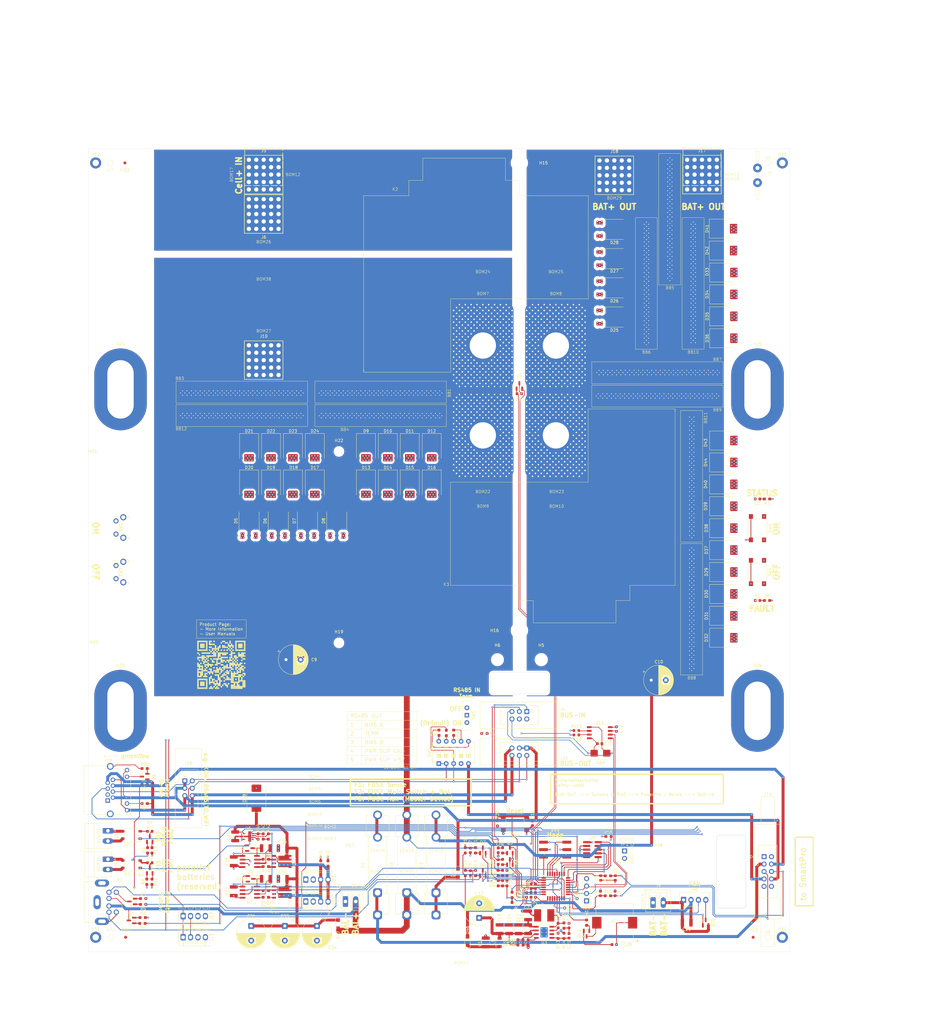
<source format=kicad_pcb>
(kicad_pcb
	(version 20241229)
	(generator "pcbnew")
	(generator_version "9.0")
	(general
		(thickness 1.627)
		(legacy_teardrops no)
	)
	(paper "A2" portrait)
	(layers
		(0 "F.Cu" signal)
		(4 "In1.Cu" signal)
		(6 "In2.Cu" signal)
		(8 "In3.Cu" signal)
		(10 "In4.Cu" signal)
		(2 "B.Cu" signal)
		(9 "F.Adhes" user "F.Adhesive")
		(11 "B.Adhes" user "B.Adhesive")
		(13 "F.Paste" user)
		(15 "B.Paste" user)
		(5 "F.SilkS" user "F.Silkscreen")
		(7 "B.SilkS" user "B.Silkscreen")
		(1 "F.Mask" user)
		(3 "B.Mask" user)
		(17 "Dwgs.User" user "User.Drawings")
		(19 "Cmts.User" user "User.Comments")
		(21 "Eco1.User" user "User.Eco1")
		(23 "Eco2.User" user "User.Eco2")
		(25 "Edge.Cuts" user)
		(27 "Margin" user)
		(31 "F.CrtYd" user "F.Courtyard")
		(29 "B.CrtYd" user "B.Courtyard")
		(35 "F.Fab" user)
		(33 "B.Fab" user)
		(39 "User.1" user)
		(41 "User.2" user)
		(43 "User.3" user)
		(45 "User.4" user)
		(47 "User.5" user)
		(49 "User.6" user)
		(51 "User.7" user)
		(53 "User.8" user)
		(55 "User.9" user)
	)
	(setup
		(stackup
			(layer "F.SilkS"
				(type "Top Silk Screen")
			)
			(layer "F.Paste"
				(type "Top Solder Paste")
			)
			(layer "F.Mask"
				(type "Top Solder Mask")
				(thickness 0.01)
			)
			(layer "F.Cu"
				(type "copper")
				(thickness 0.07)
			)
			(layer "dielectric 1"
				(type "prepreg")
				(thickness 0.1)
				(material "FR4")
				(epsilon_r 4.5)
				(loss_tangent 0.02)
			)
			(layer "In1.Cu"
				(type "copper")
				(thickness 0.07)
			)
			(layer "dielectric 2"
				(type "core")
				(thickness 0.4785)
				(material "FR4")
				(epsilon_r 4.5)
				(loss_tangent 0.02)
			)
			(layer "In2.Cu"
				(type "copper")
				(thickness 0.07)
			)
			(layer "dielectric 3"
				(type "prepreg")
				(thickness 0.1)
				(material "FR4")
				(epsilon_r 4.5)
				(loss_tangent 0.02)
			)
			(layer "In3.Cu"
				(type "copper")
				(thickness 0.035)
			)
			(layer "dielectric 4"
				(type "core")
				(thickness 0.4785)
				(material "FR4")
				(epsilon_r 4.5)
				(loss_tangent 0.02)
			)
			(layer "In4.Cu"
				(type "copper")
				(thickness 0.035)
			)
			(layer "dielectric 5"
				(type "prepreg")
				(thickness 0.1)
				(material "FR4")
				(epsilon_r 4.5)
				(loss_tangent 0.02)
			)
			(layer "B.Cu"
				(type "copper")
				(thickness 0.07)
			)
			(layer "B.Mask"
				(type "Bottom Solder Mask")
				(thickness 0.01)
			)
			(layer "B.Paste"
				(type "Bottom Solder Paste")
			)
			(layer "B.SilkS"
				(type "Bottom Silk Screen")
			)
			(copper_finish "None")
			(dielectric_constraints no)
		)
		(pad_to_mask_clearance 0)
		(allow_soldermask_bridges_in_footprints no)
		(tenting front back)
		(aux_axis_origin 53 395)
		(grid_origin 173 120)
		(pcbplotparams
			(layerselection 0x00000000_00000000_55555555_5755f5ff)
			(plot_on_all_layers_selection 0x00000000_00000000_00000000_00000000)
			(disableapertmacros no)
			(usegerberextensions no)
			(usegerberattributes yes)
			(usegerberadvancedattributes yes)
			(creategerberjobfile yes)
			(dashed_line_dash_ratio 12.000000)
			(dashed_line_gap_ratio 3.000000)
			(svgprecision 4)
			(plotframeref no)
			(mode 1)
			(useauxorigin no)
			(hpglpennumber 1)
			(hpglpenspeed 20)
			(hpglpendiameter 15.000000)
			(pdf_front_fp_property_popups yes)
			(pdf_back_fp_property_popups yes)
			(pdf_metadata yes)
			(pdf_single_document no)
			(dxfpolygonmode yes)
			(dxfimperialunits yes)
			(dxfusepcbnewfont yes)
			(psnegative no)
			(psa4output no)
			(plot_black_and_white yes)
			(sketchpadsonfab no)
			(plotpadnumbers no)
			(hidednponfab no)
			(sketchdnponfab yes)
			(crossoutdnponfab yes)
			(subtractmaskfromsilk no)
			(outputformat 1)
			(mirror no)
			(drillshape 1)
			(scaleselection 1)
			(outputdirectory "")
		)
	)
	(net 0 "")
	(net 1 "GND")
	(net 2 "Net-(D48-K)")
	(net 3 "VCC")
	(net 4 "Net-(Q3-B)")
	(net 5 "/Ub_FUSED")
	(net 6 "Net-(D3-K)")
	(net 7 "Net-(U3-VIN)")
	(net 8 "/BMS_OK")
	(net 9 "Net-(D46-K)")
	(net 10 "Net-(U3-BST)")
	(net 11 "Net-(U3-SW)")
	(net 12 "Net-(J20-~{RESET})")
	(net 13 "Net-(Q4-B)")
	(net 14 "Net-(U3-FB)")
	(net 15 "/B")
	(net 16 "/A")
	(net 17 "Net-(D1-K)")
	(net 18 "/BTN_ON")
	(net 19 "/BTN_OFF")
	(net 20 "/control/SWCLK")
	(net 21 "Net-(D2-K)")
	(net 22 "Net-(Q5-B)")
	(net 23 "/control/SWDIO")
	(net 24 "Net-(D3-A)")
	(net 25 "Net-(Q1-B)")
	(net 26 "/LVP")
	(net 27 "/OVP")
	(net 28 "Net-(Q2-B)")
	(net 29 "Net-(Q6-B)")
	(net 30 "/LED_ERROR")
	(net 31 "/LED_ON")
	(net 32 "Net-(D4-A)")
	(net 33 "/BMS_OK_PROTECTED")
	(net 34 "/control/R2")
	(net 35 "/control/R1")
	(net 36 "/control/BTN_OFF")
	(net 37 "/control/BTN_ON")
	(net 38 "Net-(BZ1--)")
	(net 39 "Net-(Q8-B)")
	(net 40 "Net-(C21-Pad1)")
	(net 41 "Net-(D47-K)")
	(net 42 "/~{OC_FAULT}")
	(net 43 "/LVP_IN")
	(net 44 "/OVP_IN")
	(net 45 "Net-(D4-K)")
	(net 46 "/BAT+_IN")
	(net 47 "/BAT+_SI")
	(net 48 "/BAT+_OUT")
	(net 49 "/B_OUT")
	(net 50 "/A_OUT")
	(net 51 "/GND_OUT")
	(net 52 "/+5V_OUT")
	(net 53 "/~{OC_FAULT_PROTECTED}")
	(net 54 "Net-(J8-Pin_2)")
	(net 55 "Net-(J8-Pin_1)")
	(net 56 "Net-(D53-K)")
	(net 57 "Net-(J9-Pin_1)")
	(net 58 "Net-(J14-Pin_3)")
	(net 59 "Net-(Q2-C)")
	(net 60 "Net-(Q2-E)")
	(net 61 "Net-(Q1-C)")
	(net 62 "Net-(Q3-E)")
	(net 63 "Net-(Q1-E)")
	(net 64 "Net-(Q4-E)")
	(net 65 "Net-(Q7-B)")
	(net 66 "Net-(J19-Pad10)")
	(net 67 "Net-(Q9-C)")
	(net 68 "Net-(J9-Pin_2)")
	(net 69 "Net-(SW1-A)")
	(net 70 "Net-(U3-EN{slash}UVLO)")
	(net 71 "Net-(U3-RON)")
	(net 72 "unconnected-(J12-Pin_3-Pad3)")
	(net 73 "unconnected-(J12-Pin_4-Pad4)")
	(net 74 "unconnected-(J13-Pin_3-Pad3)")
	(net 75 "unconnected-(J13-Pin_4-Pad4)")
	(net 76 "/VCC_FROM_SmartPro")
	(net 77 "unconnected-(SW1-C-Pad2)")
	(net 78 "unconnected-(U3-PGOOD-Pad6)")
	(net 79 "/control/ADC1_IN3_U_IN")
	(net 80 "/control/ADC1_IN4_U_OUT")
	(net 81 "/control/USART1_RX")
	(net 82 "/control/USART1_TX")
	(net 83 "/control/buzzer")
	(net 84 "unconnected-(J20-KEY-Pad7)")
	(net 85 "unconnected-(J22-Pin_2-Pad2)")
	(net 86 "/control/FAN_TACHO")
	(net 87 "Net-(M1-PWM)")
	(net 88 "/control/FAN_PWM")
	(net 89 "unconnected-(J22-Pin_1-Pad1)")
	(net 90 "/control/tempsensor")
	(net 91 "5V3_FROM_SmartPro")
	(net 92 "unconnected-(J23-Pin_1-Pad1)")
	(net 93 "unconnected-(J23-Pin_2-Pad2)")
	(net 94 "Net-(Q9-E)")
	(net 95 "Net-(Q9-B)")
	(net 96 "+10V")
	(net 97 "Net-(Q13A-G)")
	(net 98 "Net-(Q13B-G)")
	(net 99 "Net-(R20-Pad2)")
	(net 100 "Net-(R21-Pad2)")
	(net 101 "Net-(R22-Pad2)")
	(net 102 "Net-(Q11-B)")
	(net 103 "Net-(U6-ADJ)")
	(net 104 "Net-(Q12A-G)")
	(net 105 "Net-(Q12B-G)")
	(net 106 "Net-(U7-HO)")
	(net 107 "Net-(U7-LO)")
	(net 108 "/48VRelais/EN")
	(net 109 "/48VRelais/Relais1")
	(net 110 "Net-(U8-HO)")
	(net 111 "/48VRelais/Relais2")
	(net 112 "Net-(U8-LO)")
	(net 113 "Net-(U4-PB7)")
	(net 114 "Net-(U4-PB8)")
	(net 115 "Net-(R42-Pad2)")
	(net 116 "Net-(U4-PB9)")
	(net 117 "Net-(U4-PB6)")
	(net 118 "Net-(U4-PA11)")
	(net 119 "/48VRelais/RELAIS_RESET")
	(net 120 "/48VRelais/RELAIS_SET")
	(net 121 "unconnected-(H23-Pad1)")
	(net 122 "unconnected-(H23-Pad1)_1")
	(net 123 "unconnected-(H24-Pad1)")
	(net 124 "unconnected-(H24-Pad1)_1")
	(net 125 "unconnected-(H25-Pad1)")
	(net 126 "unconnected-(H25-Pad1)_1")
	(net 127 "unconnected-(H26-Pad1)")
	(net 128 "unconnected-(H26-Pad1)_1")
	(net 129 "unconnected-(H11-Pad1)")
	(net 130 "unconnected-(H12-Pad1)")
	(net 131 "unconnected-(H13-Pad1)")
	(net 132 "unconnected-(H14-Pad1)")
	(net 133 "unconnected-(D48-NC-Pad2)")
	(net 134 "unconnected-(D53-NC-Pad2)")
	(net 135 "Net-(D45-A)")
	(net 136 "Net-(D45-K)")
	(net 137 "Net-(U11-A)")
	(net 138 "Net-(U11-B)")
	(net 139 "Net-(U4-PA5)")
	(net 140 "/VDD_RS485")
	(net 141 "/GND_RS485")
	(footprint "Package_SO:SO-4_4.4x4.3mm_P2.54mm" (layer "F.Cu") (at 67.75 365 180))
	(footprint "myHoles:MountingHole9mmSlot" (layer "F.Cu") (at 64 202.5))
	(footprint "Diode_SMD:D_SMC" (layer "F.Cu") (at 270.5 235))
	(footprint "Diode_SMD:D_SMC" (layer "F.Cu") (at 115.5 222.5 -90))
	(footprint "Resistor_SMD:R_0603_1608Metric_Pad0.98x0.95mm_HandSolder" (layer "F.Cu") (at 113.72375 365.8 180))
	(footprint "Diode_SMD:D_SMC" (layer "F.Cu") (at 155.5 235 -90))
	(footprint "Connector:FanPinHeader_1x04_P2.54mm_Vertical" (layer "F.Cu") (at 256.7 377.2))
	(footprint "Capacitor_SMD:C_0603_1608Metric" (layer "F.Cu") (at 193.25 364.25 90))
	(footprint "MountingHole:MountingHole_4mm" (layer "F.Cu") (at 193 295))
	(footprint "Capacitor_SMD:C_1210_3225Metric" (layer "F.Cu") (at 102.75 364 -90))
	(footprint "myConnector:IDC-Header_2x03_P2.54mm_Vertical_latch" (layer "F.Cu") (at 203.04 325.25 -90))
	(footprint "Resistor_SMD:R_0603_1608Metric_Pad0.98x0.95mm_HandSolder" (layer "F.Cu") (at 188.54 320.2525 180))
	(footprint "Capacitor_SMD:C_0603_1608Metric" (layer "F.Cu") (at 193.25 360.25 90))
	(footprint "Button_Switch_SMD:SW_SPST_Omron_B3FS-100xP" (layer "F.Cu") (at 282 265 -90))
	(footprint "Diode_SMD:D_SMC" (layer "F.Cu") (at 270.5 162.5))
	(footprint "LED_SMD:LED_0603_1608Metric" (layer "F.Cu") (at 74 353.75 180))
	(footprint "myPackage_SO:HSOP-8-1EP_3.9x4.9mm_P1.27mm_EP2.41x3.1mm_ThermalVias_0.3mm" (layer "F.Cu") (at 208.955 388.3))
	(footprint "Capacitor_SMD:C_0603_1608Metric" (layer "F.Cu") (at 183.75 368 90))
	(footprint "myConnector:SMD-BUSBAR_42x6x2_Kopie" (layer "F.Cu") (at 247.75 204.75 180))
	(footprint "MountingHole:MountingHole_5.5mm" (layer "F.Cu") (at 248 365))
	(footprint "myQR:qr_PowerPro_209_silkscreen"
		(layer "F.Cu")
		(uuid "0fdb1fdc-1192-4f06-82b8-eda5ee6260df")
		(at 98.5 296.75)
		(property "Reference" "GRAPHIC1"
			(at 0 9.75 0)
			(layer "F.SilkS")
			(hide yes)
			(uuid "5248746a-8292-44a9-a7f6-0f8f52ca8f67")
			(effects
				(font
					(size 1 1)
					(thickness 0.15)
				)
			)
		)
		(property "Value" "QR_Code"
			(at 0 -9.75 0)
			(layer "F.SilkS")
			(hide yes)
			(uuid "77ba2084-bb5a-4bcd-9719-ca418c4fc429")
			(effects
				(font
					(size 1 1)
					(thickness 0.15)
				)
			)
		)
		(property "Datasheet" ""
			(at 0 0 0)
			(layer "F.Fab")
			(hide yes)
			(uuid "410aa57f-e376-445a-8a51-9d8879d41a15")
			(effects
				(font
					(size 1.27 1.27)
					(thickness 0.15)
				)
			)
		)
		(property "Description" ""
			(at 0 0 0)
			(layer "F.Fab")
			(hide yes)
			(uuid "f86f0c8f-2545-4554-b0ce-109a1fd90cb1")
			(effects
				(font
					(size 1.27 1.27)
					(thickness 0.15)
				)
			)
		)
		(property "ECS Art#" "---"
			(at 0 0 0)
			(unlocked yes)
			(layer "F.Fab")
			(hide yes)
			(uuid "bdcbc141-6146-4dc5-84b6-38e71ceffd76")
			(effects
				(font
					(size 1 1)
					(thickness 0.15)
				)
			)
		)
		(property "HAN" "---"
			(at 0 0 0)
			(unlocked yes)
			(layer "F.Fab")
			(hide yes)
			(uuid "956e1e57-c3ac-46c1-99a1-a920f8ef8d87")
			(effects
				(font
					(size 1 1)
					(thickness 0.15)
				)
			)
		)
		(property "Hersteller" "---"
			(at 0 0 0)
			(unlocked yes)
			(layer "F.Fab")
			(hide yes)
			(uuid "9d8731be-9c04-408c-9dc0-cba7086bd0bd")
			(effects
				(font
					(size 1 1)
					(thickness 0.15)
				)
			)
		)
		(path "/ed5c3467-b27a-45f1-8f58-e67286f004f2/73341fae-641b-468b-9b43-cb68a809301b")
		(sheetname "/bom/")
		(sheetfile "bom.kicad_sch")
		(attr exclude_from_bom)
		(fp_rect
			(start -8.25 -8.25)
			(end -7.75 -7.75)
			(stroke
				(width 0)
				(type default)
			)
			(fill yes)
			(layer "F.SilkS")
			(uuid "ced088e0-3e70-4093-a9d1-abf34108f401")
		)
		(fp_rect
			(start -8.25 -7.75)
			(end -7.75 -7.25)
			(stroke
				(width 0)
				(type default)
			)
			(fill yes)
			(layer "F.SilkS")
			(uuid "23829c24-8d5b-4f1b-8687-438e8d7b5d90")
		)
		(fp_rect
			(start -8.25 -7.25)
			(end -7.75 -6.75)
			(stroke
				(width 0)
				(type default)
			)
			(fill yes)
			(layer "F.SilkS")
			(uuid "7e069f82-6121-4874-b387-193fe7adb167")
		)
		(fp_rect
			(start -8.25 -6.75)
			(end -7.75 -6.25)
			(stroke
				(width 0)
				(type default)
			)
			(fill yes)
			(layer "F.SilkS")
			(uuid "cab0dfae-149e-4aec-b477-71c63233ae41")
		)
		(fp_rect
			(start -8.25 -6.25)
			(end -7.75 -5.75)
			(stroke
				(width 0)
				(type default)
			)
			(fill yes)
			(layer "F.SilkS")
			(uuid "4143aa4f-060f-4a52-b05e-e09e34cdea85")
		)
		(fp_rect
			(start -8.25 -5.75)
			(end -7.75 -5.25)
			(stroke
				(width 0)
				(type default)
			)
			(fill yes)
			(layer "F.SilkS")
			(uuid "c4e5c11f-4df0-4b7d-9cd7-f817b0f21ad3")
		)
		(fp_rect
			(start -8.25 -5.25)
			(end -7.75 -4.75)
			(stroke
				(width 0)
				(type default)
			)
			(fill yes)
			(layer "F.SilkS")
			(uuid "4f48c4d2-3b94-461a-a739-bd282f8a9320")
		)
		(fp_rect
			(start -8.25 -4.25)
			(end -7.75 -3.75)
			(stroke
				(width 0)
				(type default)
			)
			(fill yes)
			(layer "F.SilkS")
			(uuid "128d345e-f4cc-4719-9dd5-d71a7072b842")
		)
		(fp_rect
			(start -8.25 -2.75)
			(end -7.75 -2.25)
			(stroke
				(width 0)
				(type default)
			)
			(fill yes)
			(layer "F.SilkS")
			(uuid "47759031-937b-45c7-a84e-ea068594812c")
		)
		(fp_rect
			(start -8.25 -2.25)
			(end -7.75 -1.75)
			(stroke
				(width 0)
				(type default)
			)
			(fill yes)
			(layer "F.SilkS")
			(uuid "99424603-d2ea-4183-85b0-d4dfba73541b")
		)
		(fp_rect
			(start -8.25 -0.75)
			(end -7.75 -0.25)
			(stroke
				(width 0)
				(type default)
			)
			(fill yes)
			(layer "F.SilkS")
			(uuid "0e984c91-db6e-4fe1-a14d-655afe025966")
		)
		(fp_rect
			(start -8.25 -0.25)
			(end -7.75 0.25)
			(stroke
				(width 0)
				(type default)
			)
			(fill yes)
			(layer "F.SilkS")
			(uuid "1af88721-a4d9-4bca-8db7-11d28234ce81")
		)
		(fp_rect
			(start -8.25 0.25)
			(end -7.75 0.75)
			(stroke
				(width 0)
				(type default)
			)
			(fill yes)
			(layer "F.SilkS")
			(uuid "a7c66d3f-5c5a-4b1b-a861-fe2d5979b937")
		)
		(fp_rect
			(start -8.25 1.25)
			(end -7.75 1.75)
			(stroke
				(width 0)
				(type default)
			)
			(fill yes)
			(layer "F.SilkS")
			(uuid "ae957d7a-cc9b-4071-a63e-67a94e62bd14")
		)
		(fp_rect
			(start -8.25 1.75)
			(end -7.75 2.25)
			(stroke
				(width 0)
				(type default)
			)
			(fill yes)
			(layer "F.SilkS")
			(uuid "63d14564-ea1d-4358-8e44-08ca78097e91")
		)
		(fp_rect
			(start -8.25 2.25)
			(end -7.75 2.75)
			(stroke
				(width 0)
				(type default)
			)
			(fill yes)
			(layer "F.SilkS")
			(uuid "c40e4167-5561-4633-a1b6-dbc9854d956a")
		)
		(fp_rect
			(start -8.25 2.75)
			(end -7.75 3.25)
			(stroke
				(width 0)
				(type default)
			)
			(fill yes)
			(layer "F.SilkS")
			(uuid "61db4527-4053-4e69-934c-242d9ea55d7b")
		)
		(fp_rect
			(start -8.25 3.25)
			(end -7.75 3.75)
			(stroke
				(width 0)
				(type default)
			)
			(fill yes)
			(layer "F.SilkS")
			(uuid "a528afef-cd90-444e-8830-821e1705dfc8")
		)
		(fp_rect
			(start -8.25 3.75)
			(end -7.75 4.25)
			(stroke
				(width 0)
				(type default)
			)
			(fill yes)
			(layer "F.SilkS")
			(uuid "ce2ecc3f-32df-4013-8ba2-5db37a69a68e")
		)
		(fp_rect
			(start -8.25 4.75)
			(end -7.75 5.25)
			(stroke
				(width 0)
				(type default)
			)
			(fill yes)
			(layer "F.SilkS")
			(uuid "889c601e-fe2b-43e9-9eaf-0263a459b9f0")
		)
		(fp_rect
			(start -8.25 5.25)
			(end -7.75 5.75)
			(stroke
				(width 0)
				(type default)
			)
			(fill yes)
			(layer "F.SilkS")
			(uuid "9838e3ba-c998-431f-b805-d0d962b51a4c")
		)
		(fp_rect
			(start -8.25 5.75)
			(end -7.75 6.25)
			(stroke
				(width 0)
				(type default)
			)
			(fill yes)
			(layer "F.SilkS")
			(uuid "19868ad1-09ff-4882-a102-75da179bd63a")
		)
		(fp_rect
			(start -8.25 6.25)
			(end -7.75 6.75)
			(stroke
				(width 0)
				(type default)
			)
			(fill yes)
			(layer "F.SilkS")
			(uuid "5feebeb9-1e39-4854-a11d-00ce2b4ecea3")
		)
		(fp_rect
			(start -8.25 6.75)
			(end -7.75 7.25)
			(stroke
				(width 0)
				(type default)
			)
			(fill yes)
			(layer "F.SilkS")
			(uuid "d33d36be-fd40-4332-b99c-a8565e099fbc")
		)
		(fp_rect
			(start -8.25 7.25)
			(end -7.75 7.75)
			(stroke
				(width 0)
				(type default)
			)
			(fill yes)
			(layer "F.SilkS")
			(uuid "d759f654-cd37-4549-8211-d4051a0b0127")
		)
		(fp_rect
			(start -8.25 7.75)
			(end -7.75 8.25)
			(stroke
				(width 0)
				(type default)
			)
			(fill yes)
			(layer "F.SilkS")
			(uuid "ddc5dcce-ca01-4ed4-b6fe-8d27231e7c43")
		)
		(fp_rect
			(start -7.75 -8.25)
			(end -7.25 -7.75)
			(stroke
				(width 0)
				(type default)
			)
			(fill yes)
			(layer "F.SilkS")
			(uuid "30730094-0775-4fec-8dc8-18cc13471d4d")
		)
		(fp_rect
			(start -7.75 -5.25)
			(end -7.25 -4.75)
			(stroke
				(width 0)
				(type default)
			)
			(fill yes)
			(layer "F.SilkS")
			(uuid "1dd19205-0e01-4be5-abb3-ff004b3f0aa9")
		)
		(fp_rect
			(start -7.75 -3.75)
			(end -7.25 -3.25)
			(stroke
				(width 0)
				(type default)
			)
			(fill yes)
			(layer "F.SilkS")
			(uuid "a4065cec-f61f-4003-9a06-8b425fa917bc")
		)
		(fp_rect
			(start -7.75 -2.75)
			(end -7.25 -2.25)
			(stroke
				(width 0)
				(type default)
			)
			(fill yes)
			(layer "F.SilkS")
			(uuid "cea86257-f189-41c6-a900-8c62850e8c11")
		)
		(fp_rect
			(start -7.75 -1.75)
			(end -7.25 -1.25)
			(stroke
				(width 0)
				(type default)
			)
			(fill yes)
			(layer "F.SilkS")
			(uuid "e72eb618-2f2a-4430-8e1f-5faf02454903")
		)
		(fp_rect
			(start -7.75 -0.25)
			(end -7.25 0.25)
			(stroke
				(width 0)
				(type default)
			)
			(fill yes)
			(layer "F.SilkS")
			(uuid "9e9ffbe6-dbbd-4cb2-a92d-be08a914719a")
		)
		(fp_rect
			(start -7.75 0.25)
			(end -7.25 0.75)
			(stroke
				(width 0)
				(type default)
			)
			(fill yes)
			(layer "F.SilkS")
			(uuid "9a97130d-5e92-4f54-b325-5c0aa905aa44")
		)
		(fp_rect
			(start -7.75 0.75)
			(end -7.25 1.25)
			(stroke
				(width 0)
				(type default)
			)
			(fill yes)
			(layer "F.SilkS")
			(uuid "0b5cd29b-6b6c-4428-8278-c899b63b9e61")
		)
		(fp_rect
			(start -7.75 1.25)
			(end -7.25 1.75)
			(stroke
				(width 0)
				(type default)
			)
			(fill yes)
			(layer "F.SilkS")
			(uuid "a91f66bb-2904-40ee-b38c-b2a8c9c5f117")
		)
		(fp_rect
			(start -7.75 2.25)
			(end -7.25 2.75)
			(stroke
				(width 0)
				(type default)
			)
			(fill yes)
			(layer "F.SilkS")
			(uuid "c8197d20-54c7-4eee-8ca2-a07f0ea3ee49")
		)
		(fp_rect
			(start -7.75 3.75)
			(end -7.25 4.25)
			(stroke
				(width 0)
				(type default)
			)
			(fill yes)
			(layer "F.SilkS")
			(uuid "6754d6f7-316c-4dd1-8798-bb8aeb38012d")
		)
		(fp_rect
			(start -7.75 4.75)
			(end -7.25 5.25)
			(stroke
				(width 0)
				(type default)
			)
			(fill yes)
			(layer "F.SilkS")
			(uuid "44ddb113-c351-4642-9754-3f4a8b13b427")
		)
		(fp_rect
			(start -7.75 7.75)
			(end -7.25 8.25)
			(stroke
				(width 0)
				(type default)
			)
			(fill yes)
			(layer "F.SilkS")
			(uuid "637e8f29-08d6-42c3-a03e-9b740289e73e")
		)
		(fp_rect
			(start -7.25 -8.25)
			(end -6.75 -7.75)
			(stroke
				(width 0)
				(type default)
			)
			(fill yes)
			(layer "F.SilkS")
			(uuid "19214cdc-4c3d-4061-a228-a08f5e71b1a5")
		)
		(fp_rect
			(start -7.25 -7.25)
			(end -6.75 -6.75)
			(stroke
				(width 0)
				(type default)
			)
			(fill yes)
			(layer "F.SilkS")
			(uuid "f1292a0c-0da9-4d89-97f3-f02b12e8c5cc")
		)
		(fp_rect
			(start -7.25 -6.75)
			(end -6.75 -6.25)
			(stroke
				(width 0)
				(type default)
			)
			(fill yes)
			(layer "F.SilkS")
			(uuid "f0e427ff-5445-4068-9c01-e44beb453397")
		)
		(fp_rect
			(start -7.25 -6.25)
			(end -6.75 -5.75)
			(stroke
				(width 0)
				(type default)
			)
			(fill yes)
			(layer "F.SilkS")
			(uuid "2d0ad52a-a329-4299-8ede-0d991b7d8f56")
		)
		(fp_rect
			(start -7.25 -5.25)
			(end -6.75 -4.75)
			(stroke
				(width 0)
				(type default)
			)
			(fill yes)
			(layer "F.SilkS")
			(uuid "c5af1a47-63b6-4496-875a-c6506369fa03")
		)
		(fp_rect
			(start -7.25 -2.75)
			(end -6.75 -2.25)
			(stroke
				(width 0)
				(type default)
			)
			(fill yes)
			(layer "F.SilkS")
			(uuid "f3c52b5d-02bb-4e49-b483-2bad369e405e")
		)
		(fp_rect
			(start -7.25 -0.75)
			(end -6.75 -0.25)
			(stroke
				(width 0)
				(type default)
			)
			(fill yes)
			(layer "F.SilkS")
			(uuid "ba735f57-cb3c-4c59-a635-74652a6ee392")
		)
		(fp_rect
			(start -7.25 0.25)
			(end -6.75 0.75)
			(stroke
				(width 0)
				(type default)
			)
			(fill yes)
			(layer "F.SilkS")
			(uuid "59d20cc7-ee0b-4e0f-ad20-428b6385cd77")
		)
		(fp_rect
			(start -7.25 1.25)
			(end -6.75 1.75)
			(stroke
				(width 0)
				(type default)
			)
			(fill yes)
			(layer "F.SilkS")
			(uuid "63312d76-4b59-4228-b64d-3d87e89b4c99")
		)
		(fp_rect
			(start -7.25 2.25)
			(end -6.75 2.75)
			(stroke
				(width 0)
				(type default)
			)
			(fill yes)
			(layer "F.SilkS")
			(uuid "20efc785-f512-40e1-8f10-6efc6a0540b4")
		)
		(fp_rect
			(start -7.25 2.75)
			(end -6.75 3.25)
			(stroke
				(width 0)
				(type default)
			)
			(fill yes)
			(layer "F.SilkS")
			(uuid "6609d86b-c352-48cc-8291-1ecec96c7f8d")
		)
		(fp_rect
			(start -7.25 3.25)
			(end -6.75 3.75)
			(stroke
				(width 0)
				(type default)
			)
			(fill yes)
			(layer "F.SilkS")
			(uuid "f60fb73f-997a-4508-ad9d-82b6bf98584c")
		)
		(fp_rect
			(start -7.25 3.75)
			(end -6.75 4.25)
			(stroke
				(width 0)
				(type default)
			)
			(fill yes)
			(layer "F.SilkS")
			(uuid "6540d100-c845-494a-88af-99cbea216323")
		)
		(fp_rect
			(start -7.25 4.75)
			(end -6.75 5.25)
			(stroke
				(width 0)
				(type default)
			)
			(fill yes)
			(layer "F.SilkS")
			(uuid "cc25c20d-bdc8-405b-8306-2706a91163f2")
		)
		(fp_rect
			(start -7.25 5.75)
			(end -6.75 6.25)
			(stroke
				(width 0)
				(type default)
			)
			(fill yes)
			(layer "F.SilkS")
			(uuid "606f0f0a-2de7-4deb-ba2d-e7635f680a15")
		)
		(fp_rect
			(start -7.25 6.25)
			(end -6.75 6.75)
			(stroke
				(width 0)
				(type default)
			)
			(fill yes)
			(layer "F.SilkS")
			(uuid "73c06146-4fdf-44e1-90c2-1c0ca9cbd524")
		)
		(fp_rect
			(start -7.25 6.75)
			(end -6.75 7.25)
			(stroke
				(width 0)
				(type default)
			)
			(fill yes)
			(layer "F.SilkS")
			(uuid "44221dc8-50e8-41dc-942e-9584ce001ca6")
		)
		(fp_rect
			(start -7.25 7.75)
			(end -6.75 8.25)
			(stroke
				(width 0)
				(type default)
			)
			(fill yes)
			(layer "F.SilkS")
			(uuid "b1a315d1-065d-4b28-a47b-909e8e6ca824")
		)
		(fp_rect
			(start -6.75 -8.25)
			(end -6.25 -7.75)
			(stroke
				(width 0)
				(type default)
			)
			(fill yes)
			(layer "F.SilkS")
			(uuid "a8cde4e5-36e7-47a1-9102-438c012faeee")
		)
		(fp_rect
			(start -6.75 -7.25)
			(end -6.25 -6.75)
			(stroke
				(width 0)
				(type default)
			)
			(fill yes)
			(layer "F.SilkS")
			(uuid "ff0f61d7-4274-40f7-bd38-a3f5a06339d5")
		)
		(fp_rect
			(start -6.75 -6.75)
			(end -6.25 -6.25)
			(stroke
				(width 0)
				(type default)
			)
			(fill yes)
			(layer "F.SilkS")
			(uuid "2316b667-0d7a-40f1-b248-32efeab3861d")
		)
		(fp_rect
			(start -6.75 -6.25)
			(end -6.25 -5.75)
			(stroke
				(width 0)
				(type default)
			)
			(fill yes)
			(layer "F.SilkS")
			(uuid "b9aa9911-8245-4e5f-8e39-7e63452505f8")
		)
		(fp_rect
			(start -6.75 -5.25)
			(end -6.25 -4.75)
			(stroke
				(width 0)
				(type default)
			)
			(fill yes)
			(layer "F.SilkS")
			(uuid "68702d70-3081-4a2d-b8fc-6d086253dc3f")
		)
		(fp_rect
			(start -6.75 -4.25)
			(end -6.25 -3.75)
			(stroke
				(width 0)
				(type default)
			)
			(fill yes)
			(layer "F.SilkS")
			(uuid "70b0564e-0c3d-4483-99ed-fe69adf38250")
		)
		(fp_rect
			(start -6.75 -3.25)
			(end -6.25 -2.75)
			(stroke
				(width 0)
				(type default)
			)
			(fill yes)
			(layer "F.SilkS")
			(uuid "b1d9286f-aae1-4a04-906f-19b7972cb4a5")
		)
		(fp_rect
			(start -6.75 -2.75)
			(end -6.25 -2.25)
			(stroke
				(width 0)
				(type default)
			)
			(fill yes)
			(layer "F.SilkS")
			(uuid "f663a019-f7dd-42ec-9d2b-99d9f00453f8")
		)
		(fp_rect
			(start -6.75 -2.25)
			(end -6.25 -1.75)
			(stroke
				(width 0)
				(type default)
			)
			(fill yes)
			(layer "F.SilkS")
			(uuid "8066b7d5-1208-434d-85fa-b5d7d8e2ec1f")
		)
		(fp_rect
			(start -6.75 -1.75)
			(end -6.25 -1.25)
			(stroke
				(width 0)
				(type default)
			)
			(fill yes)
			(layer "F.SilkS")
			(uuid "49e61c7b-1f94-43f3-a7c5-16ac83a8d7a6")
		)
		(fp_rect
			(start -6.75 0.25)
			(end -6.25 0.75)
			(stroke
				(width 0)
				(type default)
			)
			(fill yes)
			(layer "F.SilkS")
			(uuid "3557438b-74ff-42f0-8f0d-077dfb5622f9")
		)
		(fp_rect
			(start -6.75 0.75)
			(end -6.25 1.25)
			(stroke
				(width 0)
				(type default)
			)
			(fill yes)
			(layer "F.SilkS")
			(uuid "a4dd4d3c-92eb-44ce-b1d3-dd1f8790f05f")
		)
		(fp_rect
			(start -6.75 1.25)
			(end -6.25 1.75)
			(stroke
				(width 0)
				(type default)
			)
			(fill yes)
			(layer "F.SilkS")
			(uuid "5cc61381-26c9-49fe-ab21-fc66920144ff")
		)
		(fp_rect
			(start -6.75 1.75)
			(end -6.25 2.25)
			(stroke
				(width 0)
				(type default)
			)
			(fill yes)
			(layer "F.SilkS")
			(uuid "c0c42bf0-938a-4f5c-a691-07395d6c7fee")
		)
		(fp_rect
			(start -6.75 2.25)
			(end -6.25 2.75)
			(stroke
				(width 0)
				(type default)
			)
			(fill yes)
			(layer "F.SilkS")
			(uuid "d89eadeb-368e-4935-8e55-5152aa73bccf")
		)
		(fp_rect
			(start -6.75 2.75)
			(end -6.25 3.25)
			(stroke
				(width 0)
				(type default)
			)
			(fill yes)
			(layer "F.SilkS")
			(uuid "3b8edb82-ea3f-40f6-831b-2585a3329c70")
		)
		(fp_rect
			(start -6.75 3.25)
			(end -6.25 3.75)
			(stroke
				(width 0)
				(type default)
			)
			(fill yes)
			(layer "F.SilkS")
			(uuid "bdb640b4-c501-46de-8280-ec37141d49b7")
		)
		(fp_rect
			(start -6.75 4.75)
			(end -6.25 5.25)
			(stroke
				(width 0)
				(type default)
			)
			(fill yes)
			(layer "F.SilkS")
			(uuid "2fb43963-4df7-46b7-897d-fa6b0f9de670")
		)
		(fp_rect
			(start -6.75 5.75)
			(end -6.25 6.25)
			(stroke
				(width 0)
				(type default)
			)
			(fill yes)
			(layer "F.SilkS")
			(uuid "49142ff5-0712-42e7-ac38-15e07be2ad11")
		)
		(fp_rect
			(start -6.75 6.25)
			(end -6.25 6.75)
			(stroke
				(width 0)
				(type default)
			)
			(fill yes)
			(layer "F.SilkS")
			(uuid "0a4ce78e-1035-4c11-98b6-cc769f0752a1")
		)
		(fp_rect
			(start -6.75 6.75)
			(end -6.25 7.25)
			(stroke
				(width 0)
				(type default)
			)
			(fill yes)
			(layer "F.SilkS")
			(uuid "517bbbb1-f343-4089-ac88-d0ab7395b77c")
		)
		(fp_rect
			(start -6.75 7.75)
			(end -6.25 8.25)
			(stroke
				(width 0)
				(type default)
			)
			(fill yes)
			(layer "F.SilkS")
			(uuid "6f9b2c3f-c82b-412f-b2c1-e62d3b51b53f")
		)
		(fp_rect
			(start -6.25 -8.25)
			(end -5.75 -7.75)
			(stroke
				(width 0)
				(type default)
			)
			(fill yes)
			(layer "F.SilkS")
			(uuid "4a209218-4d30-42ec-9c10-31ce0d052081")
		)
		(fp_rect
			(start -6.25 -7.25)
			(end -5.75 -6.75)
			(stroke
				(width 0)
				(type default)
			)
			(fill yes)
			(layer "F.SilkS")
			(uuid "8970be56-00f2-4f94-8792-6bb31cc87db0")
		)
		(fp_rect
			(start -6.25 -6.75)
			(end -5.75 -6.25)
			(stroke
				(width 0)
				(type default)
			)
			(fill yes)
			(layer "F.SilkS")
			(uuid "56b5713e-9a17-4d90-acfc-711819b2a882")
		)
		(fp_rect
			(start -6.25 -6.25)
			(end -5.75 -5.75)
			(stroke
				(width 0)
				(type default)
			)
			(fill yes)
			(layer "F.SilkS")
			(uuid "96716521-961d-4cc6-a9c5-30ad661b2bca")
		)
		(fp_rect
			(start -6.25 -5.25)
			(end -5.75 -4.75)
			(stroke
				(width 0)
				(type default)
			)
			(fill yes)
			(layer "F.SilkS")
			(uuid "ae77da63-0fc9-4383-a827-b3a70acc4b3b")
		)
		(fp_rect
			(start -6.25 -4.25)
			(end -5.75 -3.75)
			(stroke
				(width 0)
				(type default)
			)
			(fill yes)
			(layer "F.SilkS")
			(uuid "0a987c93-225c-4d48-8b12-e04f89eb9be8")
		)
		(fp_rect
			(start -6.25 -3.25)
			(end -5.75 -2.75)
			(stroke
				(width 0)
				(type default)
			)
			(fill yes)
			(layer "F.SilkS")
			(uuid "c891f395-1fba-4ca6-8e2a-c20a92a7359c")
		)
		(fp_rect
			(start -6.25 -2.75)
			(end -5.75 -2.25)
			(stroke
				(width 0)
				(type default)
			)
			(fill yes)
			(layer "F.SilkS")
			(uuid "f1c37ad8-6554-44c7-9790-9bee36f7a11f")
		)
		(fp_rect
			(start -6.25 -2.25)
			(end -5.75 -1.75)
			(stroke
				(width 0)
				(type default)
			)
			(fill yes)
			(layer "F.SilkS")
			(uuid "b9b150bd-57b4-4091-83ce-d387781937d8")
		)
		(fp_rect
			(start -6.25 -1.25)
			(end -5.75 -0.75)
			(stroke
				(width 0)
				(type default)
			)
			(fill yes)
			(layer "F.SilkS")
			(uuid "5b5f76ea-5fbf-45cc-96f0-ac6b06e4bf59")
		)
		(fp_rect
			(start -6.25 -0.75)
			(end -5.75 -0.25)
			(stroke
				(width 0)
				(type default)
			)
			(fill yes)
			(layer "F.SilkS")
			(uuid "fe7528e1-edec-49e7-9a65-b8f20ec4e8ff")
		)
		(fp_rect
			(start -6.25 1.75)
			(end -5.75 2.25)
			(stroke
				(width 0)
				(type default)
			)
			(fill yes)
			(layer "F.SilkS")
			(uuid "3888c7cc-0791-4d36-959a-33905c6e56d2")
		)
		(fp_rect
			(start -6.25 3.75)
			(end -5.75 4.25)
			(stroke
				(width 0)
				(type default)
			)
			(fill yes)
			(layer "F.SilkS")
			(uuid "411c6527-d2b7-4045-b4e8-c7bdafae6f14")
		)
		(fp_rect
			(start -6.25 4.75)
			(end -5.75 5.25)
			(stroke
				(width 0)
				(type default)
			)
			(fill yes)
			(layer "F.SilkS")
			(uuid "ae1baeeb-5535-4e26-8137-e6fe0b1246c9")
		)
		(fp_rect
			(start -6.25 5.75)
			(end -5.75 6.25)
			(stroke
				(width 0)
				(type default)
			)
			(fill yes)
			(layer "F.SilkS")
			(uuid "f35ffe85-9271-4043-9a59-917d9e5089ce")
		)
		(fp_rect
			(start -6.25 6.25)
			(end -5.75 6.75)
			(stroke
				(width 0)
				(type default)
			)
			(fill yes)
			(layer "F.SilkS")
			(uuid "2913d1f0-88ec-4d72-9c55-43425d9b0c1b")
		)
		(fp_rect
			(start -6.25 6.75)
			(end -5.75 7.25)
			(stroke
				(width 0)
				(type default)
			)
			(fill yes)
			(layer "F.SilkS")
			(uuid "170c59b5-e944-421d-9dea-bed41d948bd0")
		)
		(fp_rect
			(start -6.25 7.75)
			(end -5.75 8.25)
			(stroke
				(width 0)
				(type default)
			)
			(fill yes)
			(layer "F.SilkS")
			(uuid "2c928df0-d8ee-4782-a1fe-46349e87779f")
		)
		(fp_rect
			(start -5.75 -8.25)
			(end -5.25 -7.75)
			(stroke
				(width 0)
				(type default)
			)
			(fill yes)
			(layer "F.SilkS")
			(uuid "8dae93ad-7c0d-43cc-bdb4-b7d2f94cfa98")
		)
		(fp_rect
			(start -5.75 -5.25)
			(end -5.25 -4.75)
			(stroke
				(width 0)
				(type default)
			)
			(fill yes)
			(layer "F.SilkS")
			(uuid "41d353ce-5bc9-4490-b0c9-398efd438af1")
		)
		(fp_rect
			(start -5.75 -4.25)
			(end -5.25 -3.75)
			(stroke
				(width 0)
				(type default)
			)
			(fill yes)
			(layer "F.SilkS")
			(uuid "83506d3d-25ca-4e7e-ac63-9b215ab0d3d0")
		)
		(fp_rect
			(start -5.75 -2.75)
			(end -5.25 -2.25)
			(stroke
				(width 0)
				(type default)
			)
			(fill yes)
			(layer "F.SilkS")
			(uuid "4940ea41-3de8-4062-b679-2116fee28032")
		)
		(fp_rect
			(start -5.75 -1.75)
			(end -5.25 -1.25)
			(stroke
				(width 0)
				(type default)
			)
			(fill yes)
			(layer "F.SilkS")
			(uuid "6db008c2-4110-46b5-bc55-56cd533aec8e")
		)
		(fp_rect
			(start -5.75 -1.25)
			(end -5.25 -0.75)
			(stroke
				(width 0)
				(type default)
			)
			(fill yes)
			(layer "F.SilkS")
			(uuid "98c01b7b-4701-4cac-a779-98a62cd3def1")
		)
		(fp_rect
			(start -5.75 -0.25)
			(end -5.25 0.25)
			(stroke
				(width 0)
				(type default)
			)
			(fill yes)
			(layer "F.SilkS")
			(uuid "fe2e79ba-b363-4d16-a0cc-ad41781923f1")
		)
		(fp_rect
			(start -5.75 0.25)
			(end -5.25 0.75)
			(stroke
				(width 0)
				(type default)
			)
			(fill yes)
			(layer "F.SilkS")
			(uuid "5ae1d7e5-4395-42f9-95ad-757f123146e2")
		)
		(fp_rect
			(start -5.75 1.25)
			(end -5.25 1.75)
			(stroke
				(width 0)
				(type default)
			)
			(fill yes)
			(layer "F.SilkS")
			(uuid "90e4e58c-7721-4e7e-a941-6031332814bd")
		)
		(fp_rect
			(start -5.75 1.75)
			(end -5.25 2.25)
			(stroke
				(width 0)
				(type default)
			)
			(fill yes)
			(layer "F.SilkS")
			(uuid "56b64eaa-943e-4654-8e21-4c83936ef117")
		)
		(fp_rect
			(start -5.75 2.75)
			(end -5.25 3.25)
			(stroke
				(width 0)
				(type default)
			)
			(fill yes)
			(layer "F.SilkS")
			(uuid "8c04ebe2-b411-4f1e-9bce-9908b31ae2f4")
		)
		(fp_rect
			(start -5.75 3.25)
			(end -5.25 3.75)
			(stroke
				(width 0)
				(type default)
			)
			(fill yes)
			(layer "F.SilkS")
			(uuid "836ad4e6-690d-45e9-8340-8a8b0167f41f")
		)
		(fp_rect
			(start -5.75 3.75)
			(end -5.25 4.25)
			(stroke
				(width 0)
				(type default)
			)
			(fill yes)
			(layer "F.SilkS")
			(uuid "64dd57c0-f651-455d-ae5e-504337f79b2d")
		)
		(fp_rect
			(start -5.75 4.75)
			(end -5.25 5.25)
			(stroke
				(width 0)
				(type default)
			)
			(fill yes)
			(layer "F.SilkS")
			(uuid "cf61dde8-db55-41a7-864c-d4c78cf6a3f0")
		)
		(fp_rect
			(start -5.75 7.75)
			(end -5.25 8.25)
			(stroke
				(width 0)
				(type default)
			)
			(fill yes)
			(layer "F.SilkS")
			(uuid "2e617cbf-274f-497c-a8aa-f852a3b2802d")
		)
		(fp_rect
			(start -5.25 -8.25)
			(end -4.75 -7.75)
			(stroke
				(width 0)
				(type default)
			)
			(fill yes)
			(layer "F.SilkS")
			(uuid "05993e74-d81b-448e-8372-1ab221d6f244")
		)
		(fp_rect
			(start -5.25 -7.75)
			(end -4.75 -7.25)
			(stroke
				(width 0)
				(type default)
			)
			(fill yes)
			(layer "F.SilkS")
			(uuid "0d7ce107-2200-49f8-b07f-8b4b1247fc4c")
		)
		(fp_rect
			(start -5.25 -7.25)
			(end -4.75 -6.75)
			(stroke
				(width 0)
				(type default)
			)
			(fill yes)
			(layer "F.SilkS")
			(uuid "c62e505d-a192-42e9-b8a0-6275c401b4a2")
		)
		(fp_rect
			(start -5.25 -6.75)
			(end -4.75 -6.25)
			(stroke
				(width 0)
				(type default)
			)
			(fill yes)
			(layer "F.SilkS")
			(uuid "f9c006f0-5593-4f50-ac64-b02c67a67765")
		)
		(fp_rect
			(start -5.25 -6.25)
			(end -4.75 -5.75)
			(stroke
				(width 0)
				(type default)
			)
			(fill yes)
			(layer "F.SilkS")
			(uuid "86f2abf3-bda5-4831-8637-19b6638bda03")
		)
		(fp_rect
			(start -5.25 -5.75)
			(end -4.75 -5.25)
			(stroke
				(width 0)
				(type default)
			)
			(fill yes)
			(layer "F.SilkS")
			(uuid "9d63da3f-6817-400a-b670-616d3bdf0057")
		)
		(fp_rect
			(start -5.25 -5.25)
			(end -4.75 -4.75)
			(stroke
				(width 0)
				(type default)
			)
			(fill yes)
			(layer "F.SilkS")
			(uuid "0bc859c3-59c7-4305-91b1-40fc0d7c0596")
		)
		(fp_rect
			(start -5.25 -4.25)
			(end -4.75 -3.75)
			(stroke
				(width 0)
				(type default)
			)
			(fill yes)
			(layer "F.SilkS")
			(uuid "8aca2c17-f6ed-4184-97ce-963baa28e870")
		)
		(fp_rect
			(start -5.25 -3.25)
			(end -4.75 -2.75)
			(stroke
				(width 0)
				(type default)
			)
			(fill yes)
			(layer "F.SilkS")
			(uuid "16bf505e-5b8f-492e-8637-7e3f227c5940")
		)
		(fp_rect
			(start -5.25 -2.25)
			(end -4.75 -1.75)
			(stroke
				(width 0)
				(type default)
			)
			(fill yes)
			(layer "F.SilkS")
			(uuid "83338266-7a8c-4547-8e62-9320888df283")
		)
		(fp_rect
			(start -5.25 -1.25)
			(end -4.75 -0.75)
			(stroke
				(width 0)
				(type default)
			)
			(fill yes)
			(layer "F.SilkS")
			(uuid "676f6661-7bd7-4fbc-b678-fefa55e5fe44")
		)
		(fp_rect
			(start -5.25 -0.25)
			(end -4.75 0.25)
			(stroke
				(width 0)
				(type default)
			)
			(fill yes)
			(layer "F.SilkS")
			(uuid "387d2c4f-fbff-494f-b8f6-2bc7d4e0f00e")
		)
		(fp_rect
			(start -5.25 0.75)
			(end -4.75 1.25)
			(stroke
				(width 0)
				(type default)
			)
			(fill yes)
			(layer "F.SilkS")
			(uuid "a7984b3b-9356-45ef-9659-148050cc6696")
		)
		(fp_rect
			(start -5.25 1.75)
			(end -4.75 2.25)
			(stroke
				(width 0)
				(type default)
			)
			(fill yes)
			(layer "F.SilkS")
			(uuid "a05d7db5-8faa-4f84-adbd-616b95eeb2f3")
		)
		(fp_rect
			(start -5.25 2.75)
			(end -4.75 3.25)
			(stroke
				(width 0)
				(type default)
			)
			(fill yes)
			(layer "F.SilkS")
			(uuid "76a99269-0641-41d5-996a-b29bad5c950c")
		)
		(fp_rect
			(start -5.25 3.75)
			(end -4.75 4.25)
			(stroke
				(width 0)
				(type default)
			)
			(fill yes)
			(layer "F.SilkS")
			(uuid "dce59e3c-2526-4b2b-90b5-b13c9f00ccec")
		)
		(fp_rect
			(start -5.25 4.75)
			(end -4.75 5.25)
			(stroke
				(width 0)
				(type default)
			)
			(fill yes)
			(layer "F.SilkS")
			(uuid "06942691-b242-4735-a660-bdab84b8df62")
		)
		(fp_rect
			(start -5.25 5.25)
			(end -4.75 5.75)
			(stroke
				(width 0)
				(type default)
			)
			(fill yes)
			(layer "F.SilkS")
			(uuid "a4d2e9f2-2fb8-40c5-8c08-12cde9cb39be")
		)
		(fp_rect
			(start -5.25 5.75)
			(end -4.75 6.25)
			(stroke
				(width 0)
				(type default)
			)
			(fill yes)
			(layer "F.SilkS")
			(uuid "1de0284c-211a-442c-b25a-3f21dd21cd50")
		)
		(fp_rect
			(start -5.25 6.25)
			(end -4.75 6.75)
			(stroke
				(width 0)
				(type default)
			)
			(fill yes)
			(layer "F.SilkS")
			(uuid "0ab45783-eeac-46b8-84dd-5a9181261a41")
		)
		(fp_rect
			(start -5.25 6.75)
			(end -4.75 7.25)
			(stroke
				(width 0)
				(type default)
			)
			(fill yes)
			(layer "F.SilkS")
			(uuid "5531cfeb-5d03-4b72-a036-7c859ac4a977")
		)
		(fp_rect
			(start -5.25 7.25)
			(end -4.75 7.75)
			(stroke
				(width 0)
				(type default)
			)
			(fill yes)
			(layer "F.SilkS")
			(uuid "13f3b08f-dbb3-49fd-b225-f83288f4085c")
		)
		(fp_rect
			(start -5.25 7.75)
			(end -4.75 8.25)
			(stroke
				(width 0)
				(type default)
			)
			(fill yes)
			(layer "F.SilkS")
			(uuid "ae5312a1-d140-456f-8dd3-943031e232e6")
		)
		(fp_rect
			(start -4.75 -4.25)
			(end -4.25 -3.75)
			(stroke
				(width 0)
				(type default)
			)
			(fill yes)
			(layer "F.SilkS")
			(uuid "2894e988-7a12-495e-aa6d-2dc9fa6d652b")
		)
		(fp_rect
			(start -4.75 -3.25)
			(end -4.25 -2.75)
			(stroke
				(width 0)
				(type default)
			)
			(fill yes)
			(layer "F.SilkS")
			(uuid "b2e4ad7e-c7b2-41d9-b6ff-6ccffb687456")
		)
		(fp_rect
			(start -4.75 -2.75)
			(end -4.25 -2.25)
			(stroke
				(width 0)
				(type default)
			)
			(fill yes)
			(layer "F.SilkS")
			(uuid "b1e7b73f-434f-401d-b3d6-43c6c5120835")
		)
		(fp_rect
			(start -4.75 -1.75)
			(end -4.25 -1.25)
			(stroke
				(width 0)
				(type default)
			)
			(fill yes)
			(layer "F.SilkS")
			(uuid "ebd09c73-fe99-4a0e-a088-01fa766770a9")
		)
		(fp_rect
			(start -4.75 -0.75)
			(end -4.25 -0.25)
			(stroke
				(width 0)
				(type default)
			)
			(fill yes)
			(layer "F.SilkS")
			(uuid "42f003ad-dc1e-421f-9367-50b14fc7f0bc")
		)
		(fp_rect
			(start -4.75 -0.25)
			(end -4.25 0.25)
			(stroke
				(width 0)
				(type default)
			)
			(fill yes)
			(layer "F.SilkS")
			(uuid "a43e4c50-395d-4c58-85a4-8056e150c930")
		)
		(fp_rect
			(start -4.75 0.25)
			(end -4.25 0.75)
			(stroke
				(width 0)
				(type default)
			)
			(fill yes)
			(layer "F.SilkS")
			(uuid "a52419b9-6495-447d-90cc-42e85ac0cab9")
		)
		(fp_rect
			(start -4.75 2.25)
			(end -4.25 2.75)
			(stroke
				(width 0)
				(type default)
			)
			(fill yes)
			(layer "F.SilkS")
			(uuid "180a0b16-d928-43b6-b11c-7f6de62fa0a8")
		)
		(fp_rect
			(start -4.25 -8.25)
			(end -3.75 -7.75)
			(stroke
				(width 0)
				(type default)
			)
			(fill yes)
			(layer "F.SilkS")
			(uuid "ba0e600b-e20b-4ac2-a760-30931d3751d0")
		)
		(fp_rect
			(start -4.25 -7.75)
			(end -3.75 -7.25)
			(stroke
				(width 0)
				(type default)
			)
			(fill yes)
			(layer "F.SilkS")
			(uuid "7432b24e-db79-40d3-a58e-96f5c9d91772")
		)
		(fp_rect
			(start -4.25 -7.25)
			(end -3.75 -6.75)
			(stroke
				(width 0)
				(type default)
			)
			(fill yes)
			(layer "F.SilkS")
			(uuid "6681ee32-ee09-4bf3-b842-9938c64dafa8")
		)
		(fp_rect
			(start -4.25 -6.25)
			(end -3.75 -5.75)
			(stroke
				(width 0)
				(type default)
			)
			(fill yes)
			(layer "F.SilkS")
			(uuid "4eb1e2a8-e4b0-40bf-acfa-54d101064eb9")
		)
		(fp_rect
			(start -4.25 -5.25)
			(end -3.75 -4.75)
			(stroke
				(width 0)
				(type default)
			)
			(fill yes)
			(layer "F.SilkS")
			(uuid "2b278156-215f-471b-a4ba-080294230de2")
		)
		(fp_rect
			(start -4.25 -4.25)
			(end -3.75 -3.75)
			(stroke
				(width 0)
				(type default)
			)
			(fill yes)
			(layer "F.SilkS")
			(uuid "2f60d611-1e98-4f4d-85e1-4842e30504c9")
		)
		(fp_rect
			(start -4.25 -3.25)
			(end -3.75 -2.75)
			(stroke
				(width 0)
				(type default)
			)
			(fill yes)
			(layer "F.SilkS")
			(uuid "01bda97c-c089-4214-b24a-3b777a495ee4")
		)
		(fp_rect
			(start -4.25 -0.25)
			(end -3.75 0.25)
			(stroke
				(width 0)
				(type default)
			)
			(fill yes)
			(layer "F.SilkS")
			(uuid "a568706a-b261-4913-86d9-23e8c2cf176d")
		)
		(fp_rect
			(start -4.25 1.25)
			(end -3.75 1.75)
			(stroke
				(width 0)
				(type default)
			)
			(fill yes)
			(layer "F.SilkS")
			(uuid "0661c4e5-2a37-428c-b715-97d4604c8f71")
		)
		(fp_rect
			(start -4.25 2.25)
			(end -3.75 2.75)
			(stroke
				(width 0)
				(type default)
			)
			(fill yes)
			(layer "F.SilkS")
			(uuid "2ec57ab5-e0c6-4326-ab80-4a8d1f2f0e17")
		)
		(fp_rect
			(start -4.25 2.75)
			(end -3.75 3.25)
			(stroke
				(width 0)
				(type default)
			)
			(fill yes)
			(layer "F.SilkS")
			(uuid "6c60d241-44dd-4984-9601-5c9d4093cac5")
		)
		(fp_rect
			(start -4.25 4.25)
			(end -3.75 4.75)
			(stroke
				(width 0)
				(type default)
			)
			(fill yes)
			(layer "F.SilkS")
			(uuid "1070b32e-3952-4f12-bb94-590469e3bf26")
		)
		(fp_rect
			(start -4.25 4.75)
			(end -3.75 5.25)
			(stroke
				(width 0)
				(type default)
			)
			(fill yes)
			(layer "F.SilkS")
			(uuid "aabaf2f9-f7f8-483f-bf4f-07e7e6302289")
		)
		(fp_rect
			(start -4.25 5.25)
			(end -3.75 5.75)
			(stroke
				(width 0)
				(type default)
			)
			(fill yes)
			(layer "F.SilkS")
			(uuid "e0fda7ee-c01a-4b49-bb9c-2e453c82100f")
		)
		(fp_rect
			(start -4.25 5.75)
			(end -3.75 6.25)
			(stroke
				(width 0)
				(type default)
			)
			(fill yes)
			(layer "F.SilkS")
			(uuid "61c9926a-209e-4517-8ffc-57333b12e357")
		)
		(fp_rect
			(start -4.25 6.25)
			(end -3.75 6.75)
			(stroke
				(width 0)
				(type default)
			)
			(fill yes)
			(layer "F.SilkS")
			(uuid "88d31a60-8866-4a33-9025-d34c3ea15c6b")
		)
		(fp_rect
			(start -4.25 7.75)
			(end -3.75 8.25)
			(stroke
				(width 0)
				(type default)
			)
			(fill yes)
			(layer "F.SilkS")
			(uuid "76289474-d5ed-409a-be6c-02cf601754de")
		)
		(fp_rect
			(start -3.75 -8.25)
			(end -3.25 -7.75)
			(stroke
				(width 0)
				(type default)
			)
			(fill yes)
			(layer "F.SilkS")
			(uuid "33c26066-5e47-404a-9e4f-25355be79d58")
		)
		(fp_rect
			(start -3.75 -7.25)
			(end -3.25 -6.75)
			(stroke
				(width 0)
				(type default)
			)
			(fill yes)
			(layer "F.SilkS")
			(uuid "70d9e7d5-89c8-41ae-b543-36d102337788")
		)
		(fp_rect
			(start -3.75 -6.25)
			(end -3.25 -5.75)
			(stroke
				(width 0)
				(type default)
			)
			(fill yes)
			(layer "F.SilkS")
			(uuid "b3a89e9b-f85b-41ab-b616-3296a00a8c2e")
		)
		(fp_rect
			(start -3.75 -4.75)
			(end -3.25 -4.25)
			(stroke
				(width 0)
				(type default)
			)
			(fill yes)
			(layer "F.SilkS")
			(uuid "e7062c64-c2ad-4ff6-9e99-5f8dbf5861c3")
		)
		(fp_rect
			(start -3.75 -3.25)
			(end -3.25 -2.75)
			(stroke
				(width 0)
				(type default)
			)
			(fill yes)
			(layer "F.SilkS")
			(uuid "29a60632-585a-4500-9f6f-3e6d07a37051")
		)
		(fp_rect
			(start -3.75 -2.25)
			(end -3.25 -1.75)
			(stroke
				(width 0)
				(type default)
			)
			(fill yes)
			(layer "F.SilkS")
			(uuid "5ec00f6b-e6b0-4b63-8c1f-1ff2025b5121")
		)
		(fp_rect
			(start -3.75 -0.25)
			(end -3.25 0.25)
			(stroke
				(width 0)
				(type default)
			)
			(fill yes)
			(layer "F.SilkS")
			(uuid "f3d2d27c-5952-4b23-8811-b5e0577f6dd4")
		)
		(fp_rect
			(start -3.75 0.25)
			(end -3.25 0.75)
			(stroke
				(width 0)
				(type default)
			)
			(fill yes)
			(layer "F.SilkS")
			(uuid "36cf0b2c-a0f9-4c57-8819-7743b0d4fd8f")
		)
		(fp_rect
			(start -3.75 1.25)
			(end -3.25 1.75)
			(stroke
				(width 0)
				(type default)
			)
			(fill yes)
			(layer "F.SilkS")
			(uuid "1d0c711e-6188-4018-9231-29fef1f9a905")
		)
		(fp_rect
			(start -3.75 1.75)
			(end -3.25 2.25)
			(stroke
				(width 0)
				(type default)
			)
			(fill yes)
			(layer "F.SilkS")
			(uuid "16f9abff-a72a-439a-aad9-3b01239abd7d")
		)
		(fp_rect
			(start -3.75 2.25)
			(end -3.25 2.75)
			(stroke
				(width 0)
				(type default)
			)
			(fill yes)
			(layer "F.SilkS")
			(uuid "e9f9dbee-f36b-4ef3-b6ee-0742493a6260")
		)
		(fp_rect
			(start -3.75 3.75)
			(end -3.25 4.25)
			(stroke
				(width 0)
				(type default)
			)
			(fill yes)
			(layer "F.SilkS")
			(uuid "e0ec875b-9769-428d-80e3-e6a68a35a830")
		)
		(fp_rect
			(start -3.75 4.25)
			(end -3.25 4.75)
			(stroke
				(width 0)
				(type default)
			)
			(fill yes)
			(layer "F.SilkS")
			(uuid "aa0d017f-d0f6-416e-88d3-7c53660cb568")
		)
		(fp_rect
			(start -3.75 5.75)
			(end -3.25 6.25)
			(stroke
				(width 0)
				(type default)
			)
			(fill yes)
			(layer "F.SilkS")
			(uuid "be5ce8d2-805e-401c-a6a4-aaa63d16211e")
		)
		(fp_rect
			(start -3.75 7.25)
			(end -3.25 7.75)
			(stroke
				(width 0)
				(type default)
			)
			(fill yes)
			(layer "F.SilkS")
			(uuid "0dcc8547-5881-40a1-9717-32e406fe4f3d")
		)
		(fp_rect
			(start -3.75 7.75)
			(end -3.25 8.25)
			(stroke
				(width 0)
				(type default)
			)
			(fill yes)
			(layer "F.SilkS")
			(uuid "35e8f17c-25bb-4cec-a970-a6bb0a914a20")
		)
		(fp_rect
			(start -3.25 -7.25)
			(end -2.75 -6.75)
			(stroke
				(width 0)
				(type default)
			)
			(fill yes)
			(layer "F.SilkS")
			(uuid "91ba5007-275a-481e-b34b-44d64b0af649")
		)
		(fp_rect
			(start -3.25 -5.75)
			(end -2.75 -5.25)
			(stroke
				(width 0)
				(type default)
			)
			(fill yes)
			(layer "F.SilkS")
			(uuid "256bf972-19a8-499c-9d60-e2b8416de9ad")
		)
		(fp_rect
			(start -3.25 -5.25)
			(end -2.75 -4.75)
			(stroke
				(width 0)
				(type default)
			)
			(fill yes)
			(layer "F.SilkS")
			(uuid "d844d858-3899-4ee6-b6aa-b9023f56b8f6")
		)
		(fp_rect
			(start -3.25 -4.25)
			(end -2.75 -3.75)
			(stroke
				(width 0)
				(type default)
			)
			(fill yes)
			(layer "F.SilkS")
			(uuid "4bb69210-b5b7-43d2-b1b6-bae245852a80")
		)
		(fp_rect
			(start -3.25 -3.25)
			(end -2.75 -2.75)
			(stroke
				(width 0)
				(type default)
			)
			(fill yes)
			(layer "F.SilkS")
			(uuid "1202d647-0ee7-4c16-aa8c-9b3cb908c2a0")
		)
		(fp_rect
			(start -3.25 -1.75)
			(end -2.75 -1.25)
			(stroke
				(width 0)
				(type default)
			)
			(fill yes)
			(layer "F.SilkS")
			(uuid "f39108bb-c806-40d2-a236-70c2bf4c616d")
		)
		(fp_rect
			(start -3.25 -1.25)
			(end -2.75 -0.75)
			(stroke
				(width 0)
				(type default)
			)
			(fill yes)
			(layer "F.SilkS")
			(uuid "86d7a49d-d3a4-4f39-9b4f-218abf21604e")
		)
		(fp_rect
			(start -3.25 -0.25)
			(end -2.75 0.25)
			(stroke
				(width 0)
				(type default)
			)
			(fill yes)
			(layer "F.SilkS")
			(uuid "62f11234-eb10-4716-82d0-1fc35581dee6")
		)
		(fp_rect
			(start -3.25 2.25)
			(end -2.75 2.75)
			(stroke
				(width 0)
				(type default)
			)
			(fill yes)
			(layer "F.SilkS")
			(uuid "4c7d895a-bed6-4f3a-8bd3-2bfc988a7087")
		)
		(fp_rect
			(start -3.25 2.75)
			(end -2.75 3.25)
			(stroke
				(width 0)
				(type default)
			)
			(fill yes)
			(layer "F.SilkS")
			(uuid "2a69527f-eeb8-4eed-98a0-62f229c1482f")
		)
		(fp_rect
			(start -3.25 4.75)
			(end -2.75 5.25)
			(stroke
				(width 0)
				(type default)
			)
			(fill yes)
			(layer "F.SilkS")
			(uuid "077cf1fe-0e94-4944-a103-b9c714ea6a5d")
		)
		(fp_rect
			(start -3.25 5.25)
			(end -2.75 5.75)
			(stroke
				(width 0)
				(type default)
			)
			(fill yes)
			(layer "F.SilkS")
			(uuid "050b3f1e-3a10-4393-8c90-e047de969ca2")
		)
		(fp_rect
			(start -3.25 5.75)
			(end -2.75 6.25)
			(stroke
				(width 0)
				(type default)
			)
			(fill yes)
			(layer "F.SilkS")
			(uuid "ed23806f-b343-4ad7-af21-a7772f27d930")
		)
		(fp_rect
			(start -3.25 7.75)
			(end -2.75 8.25)
			(stroke
				(width 0)
				(type default)
			)
			(fill yes)
			(layer "F.SilkS")
			(uuid "53f2a25d-2435-4e44-aab1-cab6c847181b")
		)
		(fp_rect
			(start -2.75 -8.25)
			(end -2.25 -7.75)
			(stroke
				(width 0)
				(type default)
			)
			(fill yes)
			(layer "F.SilkS")
			(uuid "84deae22-7a53-44f1-a72b-dd17bd4bd6e0")
		)
		(fp_rect
			(start -2.75 -7.25)
			(end -2.25 -6.75)
			(stroke
				(width 0)
				(type default)
			)
			(fill yes)
			(layer "F.SilkS")
			(uuid "4f2e314b-cfc7-47fe-9bc2-70f3cc3e7b37")
		)
		(fp_rect
			(start -2.75 -5.75)
			(end -2.25 -5.25)
			(stroke
				(width 0)
				(type default)
			)
			(fill yes)
			(layer "F.SilkS")
			(uuid "19653f10-8756-4d64-97a7-8544124a7fd7")
		)
		(fp_rect
			(start -2.75 -4.75)
			(end -2.25 -4.25)
			(stroke
				(width 0)
				(type default)
			)
			(fill yes)
			(layer "F.SilkS")
			(uuid "7f06e8aa-fa76-4f36-8281-7af7e65ee832")
		)
		(fp_rect
			(start -2.75 -4.25)
			(end -2.25 -3.75)
			(stroke
				(width 0)
				(type default)
			)
			(fill yes)
			(layer "F.SilkS")
			(uuid "89ff6782-f3cd-483c-9b00-2014190f6577")
		)
		(fp_rect
			(start -2.75 -3.75)
			(end -2.25 -3.25)
			(stroke
				(width 0)
				(type default)
			)
			(fill yes)
			(layer "F.SilkS")
			(uuid "372670fa-4fc1-4b49-a02c-69522f266787")
		)
		(fp_rect
			(start -2.75 -3.25)
			(end -2.25 -2.75)
			(stroke
				(width 0)
				(type default)
			)
			(fill yes)
			(layer "F.SilkS")
			(uuid "03992a64-eca4-4dfa-b2a8-674075bd7958")
		)
		(fp_rect
			(start -2.75 -2.25)
			(end -2.25 -1.75)
			(stroke
				(width 0)
				(type default)
			)
			(fill yes)
			(layer "F.SilkS")
			(uuid "953c9704-cdd3-4b4a-8a06-0e5b3ea5472e")
		)
		(fp_rect
			(start -2.75 -1.25)
			(end -2.25 -0.75)
			(stroke
				(width 0)
				(type default)
			)
			(fill yes)
			(layer "F.SilkS")
			(uuid "611dd970-3f35-4779-bc41-23dd465e74b8")
		)
		(fp_rect
			(start -2.75 0.75)
			(end -2.25 1.25)
			(stroke
				(width 0)
				(type default)
			)
			(fill yes)
			(layer "F.SilkS")
			(uuid "d0efdf3e-671f-4b89-b860-e25164c069a4")
		)
		(fp_rect
			(start -2.75 1.75)
			(end -2.25 2.25)
			(stroke
				(width 0)
				(type default)
			)
			(fill yes)
			(layer "F.SilkS")
			(uuid "60ede4ae-6856-4539-bee2-b566cbb39461")
		)
		(fp_rect
			(start -2.75 4.75)
			(end -2.25 5.25)
			(stroke
				(width 0)
				(type default)
			)
			(fill yes)
			(layer "F.SilkS")
			(uuid "f25914a6-6fa8-4a46-8bb5-1f92375dbb43")
		)
		(fp_rect
			(start -2.75 5.75)
			(end -2.25 6.25)
			(stroke
				(width 0)
				(type default)
			)
			(fill yes)
			(layer "F.SilkS")
			(uuid "12deed58-8985-4242-9c60-c0ebb305c6c2")
		)
		(fp_rect
			(start -2.75 6.25)
			(end -2.25 6.75)
			(stroke
				(width 0)
				(type default)
			)
			(fill yes)
			(layer "F.SilkS")
			(uuid "5f30dead-5676-4c89-a42d-ae5cbc0d5be4")
		)
		(fp_rect
			(start -2.75 7.25)
			(end -2.25 7.75)
			(stroke
				(width 0)
				(type default)
			)
			(fill yes)
			(layer "F.SilkS")
			(uuid "7cbe268f-8204-4f26-b029-6be8133906c2")
		)
		(fp_rect
			(start -2.25 -6.75)
			(end -1.75 -6.25)
			(stroke
				(width 0)
				(type default)
			)
			(fill yes)
			(layer "F.SilkS")
			(uuid "f1d8dac8-c68c-4ef6-9210-cbc161e539db")
		)
		(fp_rect
			(start -2.25 -6.25)
			(end -1.75 -5.75)
			(stroke
				(width 0)
				(type default)
			)
			(fill yes)
			(layer "F.SilkS")
			(uuid "2af10df3-4623-43b7-a554-70a656fe1c60")
		)
		(fp_rect
			(start -2.25 -5.75)
			(end -1.75 -5.25)
			(stroke
				(width 0)
				(type default)
			)
			(fill yes)
			(layer "F.SilkS")
			(uuid "4095650c-f64a-4c3b-860d-60058d6c902a")
		)
		(fp_rect
			(start -2.25 -5.25)
			(end -1.75 -4.75)
			(stroke
				(width 0)
				(type default)
			)
			(fill yes)
			(layer "F.SilkS")
			(uuid "52abaed1-e6ec-447f-bf7d-b70b8ee818ee")
		)
		(fp_rect
			(start -2.25 -4.25)
			(end -1.75 -3.75)
			(stroke
				(width 0)
				(type default)
			)
			(fill yes)
			(layer "F.SilkS")
			(uuid "24471778-0096-46e9-9340-04e52d1d2521")
		)
		(fp_rect
			(start -2.25 -3.75)
			(end -1.75 -3.25)
			(stroke
				(width 0)
				(type default)
			)
			(fill yes)
			(layer "F.SilkS")
			(uuid "fff5cace-a91e-4f36-9577-a545482872f9")
		)
		(fp_rect
			(start -2.25 -3.25)
			(end -1.75 -2.75)
			(stroke
				(width 0)
				(type default)
			)
			(fill yes)
			(layer "F.SilkS")
			(uuid "dfdd85d3-1498-424c-88bb-abd65be3fa10")
		)
		(fp_rect
			(start -2.25 -2.25)
			(end -1.75 -1.75)
			(stroke
				(width 0)
				(type default)
			)
			(fill yes)
			(layer "F.SilkS")
			(uuid "fdf976f0-6552-4dab-879e-c809dd40d6f7")
		)
		(fp_rect
			(start -2.25 -0.25)
			(end -1.75 0.25)
			(stroke
				(width 0)
				(type default)
			)
			(fill yes)
			(layer "F.SilkS")
			(uuid "0d788dca-d59f-401d-ae73-2814e68be6e6")
		)
		(fp_rect
			(start -2.25 1.75)
			(end -1.75 2.25)
			(stroke
				(width 0)
				(type default)
			)
			(fill yes)
			(layer "F.SilkS")
			(uuid "5be47fcf-bac6-4c11-9f63-898c67b63a2e")
		)
		(fp_rect
			(start -2.25 2.25)
			(end -1.75 2.75)
			(stroke
				(width 0)
				(type default)
			)
			(fill yes)
			(layer "F.SilkS")
			(uuid "0d5cee84-7e71-478c-bbef-5f3b151680d2")
		)
		(fp_rect
			(start -2.25 3.25)
			(end -1.75 3.75)
			(stroke
				(width 0)
				(type default)
			)
			(fill yes)
			(layer "F.SilkS")
			(uuid "f5d8ba3f-5ed4-4629-ae14-c2f6d776348e")
		)
		(fp_rect
			(start -2.25 5.25)
			(end -1.75 5.75)
			(stroke
				(width 0)
				(type default)
			)
			(fill yes)
			(layer "F.SilkS")
			(uuid "3e282781-f68d-41a3-a7ef-44d5041adaaf")
		)
		(fp_rect
			(start -2.25 6.25)
			(end -1.75 6.75)
			(stroke
				(width 0)
				(type default)
			)
			(fill yes)
			(layer "F.SilkS")
			(uuid "6963f62e-eb73-405a-b020-a70d9c24f189")
		)
		(fp_rect
			(start -2.25 6.75)
			(end -1.75 7.25)
			(stroke
				(width 0)
				(type default)
			)
			(fill yes)
			(layer "F.SilkS")
			(uuid "21c2c3d8-0bb0-4b9d-98a4-bd3aabb206bd")
		)
		(fp_rect
			(start -2.25 7.75)
			(end -1.75 8.25)
			(stroke
				(width 0)
				(type default)
			)
			(fill yes)
			(layer "F.SilkS")
			(uuid "0cc622c7-c54b-450d-8518-640407566430")
		)
		(fp_rect
			(start -1.75 -5.75)
			(end -1.25 -5.25)
			(stroke
				(width 0)
				(type default)
			)
			(fill yes)
			(layer "F.SilkS")
			(uuid "8c531536-dde1-4629-b3b0-e677aa81c21b")
		)
		(fp_rect
			(start -1.75 -4.75)
			(end -1.25 -4.25)
			(stroke
				(width 0)
				(type default)
			)
			(fill yes)
			(layer "F.SilkS")
			(uuid "b4a95a75-4d98-4944-9414-407de9c655f7")
		)
		(fp_rect
			(start -1.75 -2.25)
			(end -1.25 -1.75)
			(stroke
				(width 0)
				(type default)
			)
			(fill yes)
			(layer "F.SilkS")
			(uuid "23bd950d-ff58-4032-b991-95db9de3ef59")
		)
		(fp_rect
			(start -1.75 -1.75)
			(end -1.25 -1.25)
			(stroke
				(width 0)
				(type default)
			)
			(fill yes)
			(layer "F.SilkS")
			(uuid "5f4f4ace-62e4-4099-acfe-79d9deec4c41")
		)
		(fp_rect
			(start -1.75 -1.25)
			(end -1.25 -0.75)
			(stroke
				(width 0)
				(type default)
			)
			(fill yes)
			(layer "F.SilkS")
			(uuid "b377c1be-26ed-473d-8227-c696c41b7447")
		)
		(fp_rect
			(start -1.75 -0.75)
			(end -1.25 -0.25)
			(stroke
				(width 0)
				(type default)
			)
			(fill yes)
			(layer "F.SilkS")
			(uuid "0ba65b07-258d-4c5f-b763-6af774f2ee6e")
		)
		(fp_rect
			(start -1.75 -0.25)
			(end -1.25 0.25)
			(stroke
				(width 0)
				(type default)
			)
			(fill yes)
			(layer "F.SilkS")
			(uuid "23db2742-cad3-4472-b0de-2ae21f386150")
		)
		(fp_rect
			(start -1.75 0.75)
			(end -1.25 1.25)
			(stroke
				(width 0)
				(type default)
			)
			(fill yes)
			(layer "F.SilkS")
			(uuid "ddafc997-ff48-4eff-950b-dd12b6272ac5")
		)
		(fp_rect
			(start -1.75 1.25)
			(end -1.25 1.75)
			(stroke
				(width 0)
				(type default)
			)
			(fill yes)
			(layer "F.SilkS")
			(uuid "12ef0301-6a0b-438d-b0a2-60774761e948")
		)
		(fp_rect
			(start -1.75 1.75)
			(end -1.25 2.25)
			(stroke
				(width 0)
				(type default)
			)
			(fill yes)
			(layer "F.SilkS")
			(uuid "c615d904-51ee-4ab5-aff2-20edf7c64f69")
		)
		(fp_rect
			(start -1.75 2.25)
			(end -1.25 2.75)
			(stroke
				(width 0)
				(type default)
			)
			(fill yes)
			(layer "F.SilkS")
			(uuid "4d2e045c-095a-4f64-b63c-ade8cd3c74c3")
		)
		(fp_rect
			(start -1.75 3.25)
			(end -1.25 3.75)
			(stroke
				(width 0)
				(type default)
			)
			(fill yes)
			(layer "F.SilkS")
			(uuid "561668b9-7595-45cf-bdcb-015464addf14")
		)
		(fp_rect
			(start -1.75 5.25)
			(end -1.25 5.75)
			(stroke
				(width 0)
				(type default)
			)
			(fill yes)
			(layer "F.SilkS")
			(uuid "430c05b3-62c7-47e6-a53c-d586bac0e904")
		)
		(fp_rect
			(start -1.75 5.75)
			(end -1.25 6.25)
			(stroke
				(width 0)
				(type default)
			)
			(fill yes)
			(layer "F.SilkS")
			(uuid "d2e542ae-b2eb-4cd5-87d3-5c3e8d6d50d7")
		)
		(fp_rect
			(start -1.75 6.25)
			(end -1.25 6.75)
			(stroke
				(width 0)
				(type default)
			)
			(fill yes)
			(layer "F.SilkS")
			(uuid "38fba4bd-f991-422d-93c7-a668fbd91c42")
		)
		(fp_rect
			(start -1.75 7.25)
			(end -1.25 7.75)
			(stroke
				(width 0)
				(type default)
			)
			(fill yes)
			(layer "F.SilkS")
			(uuid "63e142d5-137b-48fd-9163-7c5343322364")
		)
		(fp_rect
			(start -1.75 7.75)
			(end -1.25 8.25)
			(stroke
				(width 0)
				(type default)
			)
			(fill yes)
			(layer "F.SilkS")
			(uuid "0807bfe4-93a3-4a91-a468-d2352445c95c")
		)
		(fp_rect
			(start -1.25 -6.25)
			(end -0.75 -5.75)
			(stroke
				(width 0)
				(type default)
			)
			(fill yes)
			(layer "F.SilkS")
			(uuid "29c4c355-feb5-4c61-a295-cfbc7491df08")
		)
		(fp_rect
			(start -1.25 -5.75)
			(end -0.75 -5.25)
			(stroke
				(width 0)
				(type default)
			)
			(fill yes)
			(layer "F.SilkS")
			(uuid "0ce3d3e3-8325-4c2e-9be5-410aa699abbb")
		)
		(fp_rect
			(start -1.25 -5.25)
			(end -0.75 -4.75)
			(stroke
				(width 0)
				(type default)
			)
			(fill yes)
			(layer "F.SilkS")
			(uuid "7a9baa21-f254-4cf6-a725-4af10dbae59a")
		)
		(fp_rect
			(start -1.25 -4.25)
			(end -0.75 -3.75)
			(stroke
				(width 0)
				(type default)
			)
			(fill yes)
			(layer "F.SilkS")
			(uuid "b7c2e9cd-7f30-4283-8279-275f0896215a")
		)
		(fp_rect
			(start -1.25 -3.75)
			(end -0.75 -3.25)
			(stroke
				(width 0)
				(type default)
			)
			(fill yes)
			(layer "F.SilkS")
			(uuid "55f9f0b0-3cd3-464c-8ff4-4a9b993f52a8")
		)
		(fp_rect
			(start -1.25 -3.25)
			(end -0.75 -2.75)
			(stroke
				(width 0)
				(type default)
			)
			(fill yes)
			(layer "F.SilkS")
			(uuid "7bdaf0da-f5b7-47fd-8d33-e6915259ed5a")
		)
		(fp_rect
			(start -1.25 -2.75)
			(end -0.75 -2.25)
			(stroke
				(width 0)
				(type default)
			)
			(fill yes)
			(layer "F.SilkS")
			(uuid "0dc8c2ad-0c1c-4ec3-9992-74e2d96c3b7c")
		)
		(fp_rect
			(start -1.25 -2.25)
			(end -0.75 -1.75)
			(stroke
				(width 0)
				(type default)
			)
			(fill yes)
			(layer "F.SilkS")
			(uuid "b123d12b-6976-442f-87cf-b5c40d92ec7e")
		)
		(fp_rect
			(start -1.25 -0.75)
			(end -0.75 -0.25)
			(stroke
				(width 0)
				(type default)
			)
			(fill yes)
			(layer "F.SilkS")
			(uuid "a3e89b8f-2f48-4dfe-8877-892dab3d2015")
		)
		(fp_rect
			(start -1.25 1.25)
			(end -0.75 1.75)
			(stroke
				(width 0)
				(type default)
			)
			(fill yes)
			(layer "F.SilkS")
			(uuid "050a9c5b-1584-4fe0-a100-e97ad280e823")
		)
		(fp_rect
			(start -1.25 1.75)
			(end -0.75 2.25)
			(stroke
				(width 0)
				(type default)
			)
			(fill yes)
			(layer "F.SilkS")
			(uuid "1aecbffe-3ac0-45d9-94fc-8b7b66a7fc35")
		)
		(fp_rect
			(start -1.25 2.25)
			(end -0.75 2.75)
			(stroke
				(width 0)
				(type default)
			)
			(fill yes)
			(layer "F.SilkS")
			(uuid "34ec025b-4d10-4063-9aa0-268fc00e0816")
		)
		(fp_rect
			(start -1.25 3.25)
			(end -0.75 3.75)
			(stroke
				(width 0)
				(type default)
			)
			(fill yes)
			(layer "F.SilkS")
			(uuid "e797adc1-0488-4d09-9f4b-31c84604dbee")
		)
		(fp_rect
			(start -1.25 3.75)
			(end -0.75 4.25)
			(stroke
				(width 0)
				(type default)
			)
			(fill yes)
			(layer "F.SilkS")
			(uuid "2b9e59d5-04de-4eb4-8610-42aa3fcc4d89")
		)
		(fp_rect
			(start -1.25 4.25)
			(end -0.75 4.75)
			(stroke
				(width 0)
				(type default)
			)
			(fill yes)
			(layer "F.SilkS")
			(uuid "27c7ed78-53cc-4111-9ed1-24d9e519630d")
		)
		(fp_rect
			(start -1.25 4.75)
			(end -0.75 5.25)
			(stroke
				(width 0)
				(type default)
			)
			(fill yes)
			(layer "F.SilkS")
			(uuid "303fee89-c777-402e-b58f-f7033e0eb40f")
		)
		(fp_rect
			(start -1.25 6.25)
			(end -0.75 6.75)
			(stroke
				(width 0)
				(type default)
			)
			(fill yes)
			(layer "F.SilkS")
			(uuid "131dd988-8110-4af4-9110-e2460505de2b")
		)
		(fp_rect
			(start -1.25 6.75)
			(end -0.75 7.25)
			(stroke
				(width 0)
				(type default)
			)
			(fill yes)
			(layer "F.SilkS")
			(uuid "9e211d36-d0b8-442f-bf52-6bb105c2ee9a")
		)
		(fp_rect
			(start -1.25 7.75)
			(end -0.75 8.25)
			(stroke
				(width 0)
				(type default)
			)
			(fill yes)
			(layer "F.SilkS")
			(uuid "fe44df37-180c-4a7a-a86a-c1d1c6bba192")
		)
		(fp_rect
			(start -0.75 -6.75)
			(end -0.25 -6.25)
			(stroke
				(width 0)
				(type default)
			)
			(fill yes)
			(layer "F.SilkS")
			(uuid "ab2ca19c-e2f3-464e-8006-4f336f40f97f")
		)
		(fp_rect
			(start -0.75 -6.25)
			(end -0.25 -5.75)
			(stroke
				(width 0)
				(type default)
			)
			(fill yes)
			(layer "F.SilkS")
			(uuid "e053c1e9-3676-4ceb-b4a3-25e0819c4667")
		)
		(fp_rect
			(start -0.75 -4.25)
			(end -0.25 -3.75)
			(stroke
				(width 0)
				(type default)
			)
			(fill yes)
			(layer "F.SilkS")
			(uuid "bac5bbfb-9480-4412-acce-db96a4034920")
		)
		(fp_rect
			(start -0.75 -3.75)
			(end -0.25 -3.25)
			(stroke
				(width 0)
				(type default)
			)
			(fill yes)
			(layer "F.SilkS")
			(uuid "0957aedd-68eb-4ce1-8f5c-92b11ec2db85")
		)
		(fp_rect
			(start -0.75 -3.25)
			(end -0.25 -2.75)
			(stroke
				(width 0)
				(type default)
			)
			(fill yes)
			(layer "F.SilkS")
			(uuid "f9ff5523-4b69-4541-997a-c1b5b88176d1")
		)
		(fp_rect
			(start -0.75 -2.25)
			(end -0.25 -1.75)
			(stroke
				(width 0)
				(type default)
			)
			(fill yes)
			(layer "F.SilkS")
			(uuid "26c116b3-d0a7-4f5e-94c9-150c9f79b79f")
		)
		(fp_rect
			(start -0.75 -0.75)
			(end -0.25 -0.25)
			(stroke
				(width 0)
				(type default)
			)
			(fill yes)
			(layer "F.SilkS")
			(uuid "0574e604-8199-4bfc-9b42-1a89b80ecda6")
		)
		(fp_rect
			(start -0.75 0.75)
			(end -0.25 1.25)
			(stroke
				(width 0)
				(type default)
			)
			(fill yes)
			(layer "F.SilkS")
			(uuid "c0977f25-ab35-4540-8667-473165dbb46f")
		)
		(fp_rect
			(start -0.75 1.25)
			(end -0.25 1.75)
			(stroke
				(width 0)
				(type default)
			)
			(fill yes)
			(layer "F.SilkS")
			(uuid "6faa48ba-9d5f-492e-bc32-73af667ec88f")
		)
		(fp_rect
			(start -0.75 2.75)
			(end -0.25 3.25)
			(stroke
				(width 0)
				(type default)
			)
			(fill yes)
			(layer "F.SilkS")
			(uuid "d3edfb08-0d36-48b4-89cf-ff5aa5de428f")
		)
		(fp_rect
			(start -0.75 4.25)
			(end -0.25 4.75)
			(stroke
				(width 0)
				(type default)
			)
			(fill yes)
			(layer "F.SilkS")
			(uuid "d677c4e7-98cc-4955-a5c6-672665817aab")
		)
		(fp_rect
			(start -0.75 4.75)
			(end -0.25 5.25)
			(stroke
				(width 0)
				(type default)
			)
			(fill yes)
			(layer "F.SilkS")
			(uuid "52625d61-6b7a-4a7c-a0c4-2e957437b944")
		)
		(fp_rect
			(start -0.75 5.25)
			(end -0.25 5.75)
			(stroke
				(width 0)
				(type default)
			)
			(fill yes)
			(layer "F.SilkS")
			(uuid "1a03e4e7-a4a1-446b-945b-a9975dfbcc73")
		)
		(fp_rect
			(start -0.75 5.75)
			(end -0.25 6.25)
			(stroke
				(width 0)
				(type default)
			)
			(fill yes)
			(layer "F.SilkS")
			(uuid "0928fd83-3864-4313-80cb-ae54c6b8fab4")
		)
		(fp_rect
			(start -0.75 6.25)
			(end -0.25 6.75)
			(stroke
				(width 0)
				(type default)
			)
			(fill yes)
			(layer "F.SilkS")
			(uuid "44838d3b-c1c6-44d1-ad27-67278e511f1f")
		)
		(fp_rect
			(start -0.75 6.75)
			(end -0.25 7.25)
			(stroke
				(width 0)
				(type default)
			)
			(fill yes)
			(layer "F.SilkS")
			(uuid "307369b5-d4ae-465f-872f-e236251a0a5a")
		)
		(fp_rect
			(start -0.25 -7.75)
			(end 0.25 -7.25)
			(stroke
				(width 0)
				(type default)
			)
			(fill yes)
			(layer "F.SilkS")
			(uuid "8a4b71e8-83de-492e-b3cc-75d7fcdd94f2")
		)
		(fp_rect
			(start -0.25 -5.25)
			(end 0.25 -4.75)
			(stroke
				(width 0)
				(type default)
			)
			(fill yes)
			(layer "F.SilkS")
			(uuid "1d94f288-4d58-49c0-88cc-f3c3e6694a5b")
		)
		(fp_rect
			(start -0.25 -4.25)
			(end 0.25 -3.75)
			(stroke
				(width 0)
				(type default)
			)
			(fill yes)
			(layer "F.SilkS")
			(uuid "41930e93-465c-480d-8636-b93b90752680")
		)
		(fp_rect
			(start -0.25 -2.75)
			(end 0.25 -2.25)
			(stroke
				(width 0)
				(type default)
			)
			(fill yes)
			(layer "F.SilkS")
			(uuid "889e403a-1274-438c-bd12-35d2fbf4b9fb")
		)
		(fp_rect
			(start -0.25 -2.25)
			(end 0.25 -1.75)
			(stroke
				(width 0)
				(type default)
			)
			(fill yes)
			(layer "F.SilkS")
			(uuid "07169723-18b0-4792-aa41-3a40e4e8ec56")
		)
		(fp_rect
			(start -0.25 -1.75)
			(end 0.25 -1.25)
			(stroke
				(width 0)
				(type default)
			)
			(fill yes)
			(layer "F.SilkS")
			(uuid "23f1919b-6a8f-41c4-9210-d28199712dee")
		)
		(fp_rect
			(start -0.25 -1.25)
			(end 0.25 -0.75)
			(stroke
				(width 0)
				(type default)
			)
			(fill yes)
			(layer "F.SilkS")
			(uuid "7b5cd33d-379d-49a4-a13d-82e91d4b850c")
		)
		(fp_rect
			(start -0.25 -0.25)
			(end 0.25 0.25)
			(stroke
				(width 0)
				(type default)
			)
			(fill yes)
			(layer "F.SilkS")
			(uuid "229ba9a1-a31a-4e01-91d8-4e27bc331efe")
		)
		(fp_rect
			(start -0.25 1.25)
			(end 0.25 1.75)
			(stroke
				(width 0)
				(type default)
			)
			(fill yes)
			(layer "F.SilkS")
			(uuid "6c9eae83-55ae-43f6-915a-a699b14cec26")
		)
		(fp_rect
			(start -0.25 1.75)
			(end 0.25 2.25)
			(stroke
				(width 0)
				(type default)
			)
			(fill yes)
			(layer "F.SilkS")
			(uuid "f1493600-6fe4-4f60-9aed-1ca23e035d60")
		)
		(fp_rect
			(start -0.25 2.25)
			(end 0.25 2.75)
			(stroke
				(width 0)
				(type default)
			)
			(fill yes)
			(layer "F.SilkS")
			(uuid "4e32b788-187d-4a99-995a-2449b04bd2f2")
		)
		(fp_rect
			(start -0.25 3.75)
			(end 0.25 4.25)
			(stroke
				(width 0)
				(type default)
			)
			(fill yes)
			(layer "F.SilkS")
			(uuid "00f64778-2169-4e68-a2df-f23e1061c266")
		)
		(fp_rect
			(start -0.25 5.25)
			(end 0.25 5.75)
			(stroke
				(width 0)
				(type default)
			)
			(fill yes)
			(layer "F.SilkS")
			(uuid "b477f4f3-1d8d-4968-b635-c0f4a92fe527")
		)
		(fp_rect
			(start -0.25 7.25)
			(end 0.25 7.75)
			(stroke
				(width 0)
				(type default)
			)
			(fill yes)
			(layer "F.SilkS")
			(uuid "3a4721be-6612-4227-b580-fe42dc3328b7")
		)
		(fp_rect
			(start 0.25 -8.25)
			(end 0.75 -7.75)
			(stroke
				(width 0)
				(type default)
			)
			(fill yes)
			(layer "F.SilkS")
			(uuid "394de31f-d02d-4ca4-8ff1-239db71c8773")
		)
		(fp_rect
			(start 0.25 -6.75)
			(end 0.75 -6.25)
			(stroke
				(width 0)
				(type default)
			)
			(fill yes)
			(layer "F.SilkS")
			(uuid "5db078b1-9146-4e9a-a157-01fbc860edb5")
		)
		(fp_rect
			(start 0.25 -6.25)
			(end 0.75 -5.75)
			(stroke
				(width 0)
				(type default)
			)
			(fill yes)
			(layer "F.SilkS")
			(uuid "9875d374-c648-41d9-9e47-04af2c756e43")
		)
		(fp_rect
			(start 0.25 -4.25)
			(end 0.75 -3.75)
			(stroke
				(width 0)
				(type default)
			)
			(fill yes)
			(layer "F.SilkS")
			(uuid "63dd5d59-e115-453f-a93e-f82b33e6c58a")
		)
		(fp_rect
			(start 0.25 -3.75)
			(end 0.75 -3.25)
			(stroke
				(width 0)
				(type default)
			)
			(fill yes)
			(layer "F.SilkS")
			(uuid "81316952-b2fc-4f0a-a0a9-a2a9e842d43d")
		)
		(fp_rect
			(start 0.25 -2.75)
			(end 0.75 -2.25)
			(stroke
				(width 0)
				(type default)
			)
			(fill yes)
			(layer "F.SilkS")
			(uuid "a58e313f-2c48-447c-908d-7d8dbac8b9a3")
		)
		(fp_rect
			(start 0.25 -1.75)
			(end 0.75 -1.25)
			(stroke
				(width 0)
				(type default)
			)
			(fill yes)
			(layer "F.SilkS")
			(uuid "8d9aa10d-f006-4a3c-979d-5bb55fb1ddf4")
		)
		(fp_rect
			(start 0.25 -1.25)
			(end 0.75 -0.75)
			(stroke
				(width 0)
				(type default)
			)
			(fill yes)
			(layer "F.SilkS")
			(uuid "c4f0b588-1cb4-4248-8916-2baa9abb2f4a")
		)
		(fp_rect
			(start 0.25 -0.25)
			(end 0.75 0.25)
			(stroke
				(width 0)
				(type default)
			)
			(fill yes)
			(layer "F.SilkS")
			(uuid "9d24ad77-d516-4bb7-a634-56e907c39201")
		)
		(fp_rect
			(start 0.25 0.75)
			(end 0.75 1.25)
			(stroke
				(width 0)
				(type default)
			)
			(fill yes)
			(layer "F.SilkS")
			(uuid "0b62c1a0-99f0-4019-8b03-b9385eeddbda")
		)
		(fp_rect
			(start 0.25 1.75)
			(end 0.75 2.25)
			(stroke
				(width 0)
				(type default)
			)
			(fill yes)
			(layer "F.SilkS")
			(uuid "ce17b54b-edab-4471-8cd0-b2ce041e1232")
		)
		(fp_rect
			(start 0.25 3.25)
			(end 0.75 3.75)
			(stroke
				(width 0)
				(type default)
			)
			(fill yes)
			(layer "F.SilkS")
			(uuid "58202149-c4a6-4189-8915-9fcd5ae00aae")
		)
		(fp_rect
			(start 0.25 3.75)
			(end 0.75 4.25)
			(stroke
				(width 0)
				(type default)
			)
			(fill yes)
			(layer "F.SilkS")
			(uuid "836d3ef5-82de-4ad9-91c9-62f542418270")
		)
		(fp_rect
			(start 0.25 6.75)
			(end 0.75 7.25)
			(stroke
				(width 0)
				(type default)
			)
			(fill yes)
			(layer "F.SilkS")
			(uuid "e601aa49-351c-4508-98fb-5f1f9dc63ad9")
		)
		(fp_rect
			(start 0.75 -8.25)
			(end 1.25 -7.75)
			(stroke
				(width 0)
				(type default)
			)
			(fill yes)
			(layer "F.SilkS")
			(uuid "741108f9-9cda-4858-96bb-dd886d284f44")
		)
		(fp_rect
			(start 0.75 -6.75)
			(end 1.25 -6.25)
			(stroke
				(width 0)
				(type default)
			)
			(fill yes)
			(layer "F.SilkS")
			(uuid "50771205-7447-4edf-bea1-85b22e5cbb3b")
		)
		(fp_rect
			(start 0.75 -6.25)
			(end 1.25 -5.75)
			(stroke
				(width 0)
				(type default)
			)
			(fill yes)
			(layer "F.SilkS")
			(uuid "f86ff777-0e15-4e77-b4c1-7146c9c43caf")
		)
		(fp_rect
			(start 0.75 -5.25)
			(end 1.25 -4.75)
			(stroke
				(width 0)
				(type default)
			)
			(fill yes)
			(layer "F.SilkS")
			(uuid "9ae545c4-1a0c-487d-912f-8504eaf20c37")
		)
		(fp_rect
			(start 0.75 -4.25)
			(end 1.25 -3.75)
			(stroke
				(width 0)
				(type default)
			)
			(fill yes)
			(layer "F.SilkS")
			(uuid "5370eca0-aac6-4cdf-b9bb-5a41e5c736a1")
		)
		(fp_rect
			(start 0.75 -3.75)
			(end 1.25 -3.25)
			(stroke
				(width 0)
				(type default)
			)
			(fill yes)
			(layer "F.SilkS")
			(uuid "3c1a23b5-c510-46ce-97c9-5aa7db429787")
		)
		(fp_rect
			(start 0.75 -2.75)
			(end 1.25 -2.25)
			(stroke
				(width 0)
				(type default)
			)
			(fill yes)
			(layer "F.SilkS")
			(uuid "cc587621-f7f7-4669-aa4c-4bb953c15a08")
		)
		(fp_rect
			(start 0.75 -1.75)
			(end 1.25 -1.25)
			(stroke
				(width 0)
				(type default)
			)
			(fill yes)
			(layer "F.SilkS")
			(uuid "9b63c888-5c03-4b13-9fca-75139a3b0f2f")
		)
		(fp_rect
			(start 0.75 0.25)
			(end 1.25 0.75)
			(stroke
				(width 0)
				(type default)
			)
			(fill yes)
			(layer "F.SilkS")
			(uuid "ee1623d1-71c6-4a48-9090-f50b93d11870")
		)
		(fp_rect
			(start 0.75 0.75)
			(end 1.25 1.25)
			(stroke
				(width 0)
				(type default)
			)
			(fill yes)
			(layer "F.SilkS")
			(uuid "0e01ad9b-24ed-4d90-b8fe-20de7347f53e")
		)
		(fp_rect
			(start 0.75 1.25)
			(end 1.25 1.75)
			(stroke
				(width 0)
				(type default)
			)
			(fill yes)
			(layer "F.SilkS")
			(uuid "5fc5ccad-1b70-4389-a4ca-21c0e8327163")
		)
		(fp_rect
			(start 0.75 2.75)
			(end 1.25 3.25)
			(stroke
				(width 0)
				(type default)
			)
			(fill yes)
			(layer "F.SilkS")
			(uuid "ce207bdc-a5b0-4507-b03b-eddaaa4b07e8")
		)
		(fp_rect
			(start 0.75 3.25)
			(end 1.25 3.75)
			(stroke
				(width 0)
				(type default)
			)
			(fill yes)
			(layer "F.SilkS")
			(uuid "4b9ddf5d-fe7b-4972-8da3-2feb5d2d678a")
		)
		(fp_rect
			(start 0.75 4.25)
			(end 1.25 4.75)
			(stroke
				(width 0)
				(type default)
			)
			(fill yes)
			(layer "F.SilkS")
			(uuid "11c4ed17-a443-407b-b261-5deda0f1408c")
		)
		(fp_rect
			(start 0.75 5.25)
			(end 1.25 5.75)
			(stroke
				(width 0)
				(type default)
			)
			(fill yes)
			(layer "F.SilkS")
			(uuid "d763a3df-d2e3-43a9-9460-def775c0d178")
		)
		(fp_rect
			(start 0.75 6.25)
			(end 1.25 6.75)
			(stroke
				(width 0)
				(type default)
			)
			(fill yes)
			(layer "F.SilkS")
			(uuid "23ec25cd-dc4d-440b-8690-3af877736040")
		)
		(fp_rect
			(start 1.25 -7.75)
			(end 1.75 -7.25)
			(stroke
				(width 0)
				(type default)
			)
			(fill yes)
			(layer "F.SilkS")
			(uuid "2549481f-d03f-4de3-aa32-35f16747a2dc")
		)
		(fp_rect
			(start 1.25 -6.25)
			(end 1.75 -5.75)
			(stroke
				(width 0)
				(type default)
			)
			(fill yes)
			(layer "F.SilkS")
			(uuid "f29e3869-73fb-4b73-9237-ffdf99b433be")
		)
		(fp_rect
			(start 1.25 -4.25)
			(end 1.75 -3.75)
			(stroke
				(width 0)
				(type default)
			)
			(fill yes)
			(layer "F.SilkS")
			(uuid "33a1a7d1-7925-408b-bc16-d343f7087f02")
		)
		(fp_rect
			(start 1.25 -3.75)
			(end 1.75 -3.25)
			(stroke
				(width 0)
				(type default)
			)
			(fill yes)
			(layer "F.SilkS")
			(uuid "2e3f5e27-3174-41e8-a407-093fa4a9f029")
		)
		(fp_rect
			(start 1.25 -2.75)
			(end 1.75 -2.25)
			(stroke
				(width 0)
				(type default)
			)
			(fill yes)
			(layer "F.SilkS")
			(uuid "b3ef5668-f8b7-4836-9df3-de69a2bcf23d")
		)
		(fp_rect
			(start 1.25 -1.25)
			(end 1.75 -0.75)
			(stroke
				(width 0)
				(type default)
			)
			(fill yes)
			(layer "F.SilkS")
			(uuid "cfcb5fed-7e34-45d7-8be3-e52ae73343cc")
		)
		(fp_rect
			(start 1.25 0.25)
			(end 1.75 0.75)
			(stroke
				(width 0)
				(type default)
			)
			(fill yes)
			(layer "F.SilkS")
			(uuid "e8a486a5-e42c-4391-a56c-dd6cd298d64d")
		)
		(fp_rect
			(start 1.25 0.75)
			(end 1.75 1.25)
			(stroke
				(width 0)
				(type default)
			)
			(fill yes)
			(layer "F.SilkS")
			(uuid "8951c1bd-e3a3-4aab-a490-6f59d44a9aef")
		)
		(fp_rect
			(start 1.25 2.25)
			(end 1.75 2.75)
			(stroke
				(width 0)
				(type default)
			)
			(fill yes)
			(layer "F.SilkS")
			(uuid "e304aa58-f749-48b6-afb0-4e1457f86c59")
		)
		(fp_rect
			(start 1.25 3.25)
			(end 1.75 3.75)
			(stroke
				(width 0)
				(type default)
			)
			(fill yes)
			(layer "F.SilkS")
			(uuid "b8dd1e21-b687-4dac-9ef6-61d193e894f4")
		)
		(fp_rect
			(start 1.25 4.75)
			(end 1.75 5.25)
			(stroke
				(width 0)
				(type default)
			)
			(fill yes)
			(layer "F.SilkS")
			(uuid "0f76788d-07b0-435e-8fd4-9cd7432f45cd")
		)
		(fp_rect
			(start 1.25 6.25)
			(end 1.75 6.75)
			(stroke
				(width 0)
				(type default)
			)
			(fill yes)
			(layer "F.SilkS")
			(uuid "654c0f45-f2cc-4345-872e-8a5ba94e0697")
		)
		(fp_rect
			(start 1.25 6.75)
			(end 1.75 7.25)
			(stroke
				(width 0)
				(type default)
			)
			(fill yes)
			(layer "F.SilkS")
			(uuid "b32a161c-b0cc-43b1-b0d0-3767ceeeb822")
		)
		(fp_rect
			(start 1.75 -7.75)
			(end 2.25 -7.25)
			(stroke
				(width 0)
				(type default)
			)
			(fill yes)
			(layer "F.SilkS")
			(uuid "e7d8fb45-8df0-4aeb-965e-96cb8d3aa25d")
		)
		(fp_rect
			(start 1.75 -6.25)
			(end 2.25 -5.75)
			(stroke
				(width 0)
				(type default)
			)
			(fill yes)
			(layer "F.SilkS")
			(uuid "473dbe72-54e4-425c-8848-c1fd6b490a1d")
		)
		(fp_rect
			(start 1.75 -5.25)
			(end 2.25 -4.75)
			(stroke
				(width 0)
				(type default)
			)
			(fill yes)
			(layer "F.SilkS")
			(uuid "9808dbf0-abd7-4eb6-8679-12b6eb8adfc2")
		)
		(fp_rect
			(start 1.75 -4.25)
			(end 2.25 -3.75)
			(stroke
				(width 0)
				(type default)
			)
			(fill yes)
			(layer "F.SilkS")
			(uuid "ee27db0f-1fc2-40bf-8a4f-092a332a9a90")
		)
		(fp_rect
			(start 1.75 -2.75)
			(end 2.25 -2.25)
			(stroke
				(width 0)
				(type default)
			)
			(fill yes)
			(layer "F.SilkS")
			(uuid "b7e71cbe-1648-4f77-9857-193a5679be6c")
		)
		(fp_rect
			(start 1.75 -1.75)
			(end 2.25 -1.25)
			(stroke
				(width 0)
				(type default)
			)
			(fill yes)
			(layer "F.SilkS")
			(uuid "1e2090de-576c-48b8-ab91-5eb724d44609")
		)
		(fp_rect
			(start 1.75 -0.25)
			(end 2.25 0.25)
			(stroke
				(width 0)
				(type default)
			)
			(fill yes)
			(layer "F.SilkS")
			(uuid "f4c47727-de6f-4136-8797-db6bd6a51b95")
		)
		(fp_rect
			(start 1.75 0.25)
			(end 2.25 0.75)
			(stroke
				(width 0)
				(type default)
			)
			(fill yes)
			(layer "F.SilkS")
			(uuid "2ac2dd02-7fcc-4b8f-9128-400e7bdc2d0d")
		)
		(fp_rect
			(start 1.75 0.75)
			(end 2.25 1.25)
			(stroke
				(width 0)
				(type default)
			)
			(fill yes)
			(layer "F.SilkS")
			(uuid "197f4276-2f85-48ef-b872-851d52e75371")
		)
		(fp_rect
			(start 1.75 1.75)
			(end 2.25 2.25)
			(stroke
				(width 0)
				(type default)
			)
			(fill yes)
			(layer "F.SilkS")
			(uuid "05cc1ee8-7df8-4de6-8c91-77ef70ed90c5")
		)
		(fp_rect
			(start 1.75 2.25)
			(end 2.25 2.75)
			(stroke
				(width 0)
				(type default)
			)
			(fill yes)
			(layer "F.SilkS")
			(uuid "815dd87f-3494-4328-b452-4984eefa0350")
		)
		(fp_rect
			(start 1.75 2.75)
			(end 2.25 3.25)
			(stroke
				(width 0)
				(type default)
			)
			(fill yes)
			(layer "F.SilkS")
			(uuid "7460e06f-4476-4e36-913a-30efc44367c3")
		)
		(fp_rect
			(start 1.75 3.75)
			(end 2.25 4.25)
			(stroke
				(width 0)
				(type default)
			)
			(fill yes)
			(layer "F.SilkS")
			(uuid "900f746c-5eb2-4d8a-9d33-abe9c6c7c426")
		)
		(fp_rect
			(start 1.75 4.25)
			(end 2.25 4.75)
			(stroke
				(width 0)
				(type default)
			)
			(fill yes)
			(layer "F.SilkS")
			(uuid "6a40e985-94bd-4301-bc55-58a3097f3822")
		)
		(fp_rect
			(start 1.75 4.75)
			(end 2.25 5.25)
			(stroke
				(width 0)
				(type default)
			)
			(fill yes)
			(layer "F.SilkS")
			(uuid "2b0ca10e-468a-4c1a-8b1f-62ed2340d25c")
		)
		(fp_rect
			(start 1.75 6.75)
			(end 2.25 7.25)
			(stroke
				(width 0)
				(type default)
			)
			(fill yes)
			(layer "F.SilkS")
			(uuid "d9b547cd-dde3-4594-b80e-308b4cddfa89")
		)
		(fp_rect
			(start 1.75 7.25)
			(end 2.25 7.75)
			(stroke
				(width 0)
				(type default)
			)
			(fill yes)
			(layer "F.SilkS")
			(uuid "c5c8bef1-ee0c-435a-981e-ad89b0a7309d")
		)
		(fp_rect
			(start 2.25 -7.25)
			(end 2.75 -6.75)
			(stroke
				(width 0)
				(type default)
			)
			(fill yes)
			(layer "F.SilkS")
			(uuid "fbe34845-10a5-442b-8ac9
... [4217996 chars truncated]
</source>
